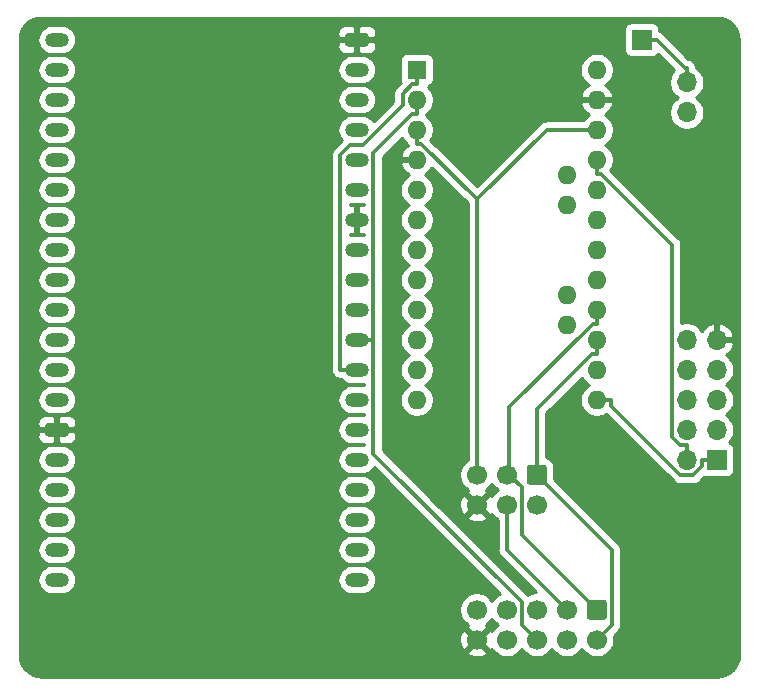
<source format=gbr>
%TF.GenerationSoftware,KiCad,Pcbnew,5.1.9+dfsg1-1*%
%TF.CreationDate,2022-02-22T21:23:52+01:00*%
%TF.ProjectId,PCB,5043422e-6b69-4636-9164-5f7063625858,rev?*%
%TF.SameCoordinates,Original*%
%TF.FileFunction,Copper,L2,Bot*%
%TF.FilePolarity,Positive*%
%FSLAX46Y46*%
G04 Gerber Fmt 4.6, Leading zero omitted, Abs format (unit mm)*
G04 Created by KiCad (PCBNEW 5.1.9+dfsg1-1) date 2022-02-22 21:23:52*
%MOMM*%
%LPD*%
G01*
G04 APERTURE LIST*
%TA.AperFunction,ComponentPad*%
%ADD10O,1.600000X1.600000*%
%TD*%
%TA.AperFunction,ComponentPad*%
%ADD11R,1.600000X1.600000*%
%TD*%
%TA.AperFunction,ComponentPad*%
%ADD12O,2.000000X1.200000*%
%TD*%
%TA.AperFunction,ComponentPad*%
%ADD13R,1.700000X1.700000*%
%TD*%
%TA.AperFunction,ComponentPad*%
%ADD14O,1.700000X1.700000*%
%TD*%
%TA.AperFunction,ComponentPad*%
%ADD15C,1.700000*%
%TD*%
%TA.AperFunction,Conductor*%
%ADD16C,0.300000*%
%TD*%
%TA.AperFunction,Conductor*%
%ADD17C,0.254000*%
%TD*%
%TA.AperFunction,Conductor*%
%ADD18C,0.100000*%
%TD*%
G04 APERTURE END LIST*
D10*
%TO.P,U2,A6*%
%TO.N,Net-(U2-PadA6)*%
X105410000Y-43180000D03*
%TO.P,U2,A7*%
%TO.N,Net-(U2-PadA7)*%
X105410000Y-40640000D03*
%TO.P,U2,A4*%
%TO.N,Net-(U2-PadA4)*%
X105410000Y-33020000D03*
%TO.P,U2,A5*%
%TO.N,Net-(U2-PadA5)*%
X105410000Y-30480000D03*
%TO.P,U2,24*%
%TO.N,Net-(U2-Pad24)*%
X107950000Y-21590000D03*
%TO.P,U2,23*%
%TO.N,GND*%
X107950000Y-24130000D03*
%TO.P,U2,22*%
%TO.N,/ARDUINO_RST*%
X107950000Y-26670000D03*
%TO.P,U2,12*%
%TO.N,/W2_HANDSHAKE*%
X92710000Y-49530000D03*
%TO.P,U2,21*%
%TO.N,+3V3*%
X107950000Y-29210000D03*
%TO.P,U2,11*%
%TO.N,Net-(U2-Pad11)*%
X92710000Y-46990000D03*
%TO.P,U2,20*%
%TO.N,Net-(U2-Pad20)*%
X107950000Y-31750000D03*
%TO.P,U2,10*%
%TO.N,Net-(U2-Pad10)*%
X92710000Y-44450000D03*
%TO.P,U2,19*%
%TO.N,Net-(U2-Pad19)*%
X107950000Y-34290000D03*
%TO.P,U2,9*%
%TO.N,Net-(U2-Pad9)*%
X92710000Y-41910000D03*
%TO.P,U2,18*%
%TO.N,Net-(U2-Pad18)*%
X107950000Y-36830000D03*
%TO.P,U2,8*%
%TO.N,Net-(U2-Pad8)*%
X92710000Y-39370000D03*
%TO.P,U2,17*%
%TO.N,Net-(U2-Pad17)*%
X107950000Y-39370000D03*
%TO.P,U2,7*%
%TO.N,Net-(U2-Pad7)*%
X92710000Y-36830000D03*
%TO.P,U2,16*%
%TO.N,/W2_SCK*%
X107950000Y-41910000D03*
%TO.P,U2,6*%
%TO.N,Net-(U2-Pad6)*%
X92710000Y-34290000D03*
%TO.P,U2,15*%
%TO.N,/W2_MISO*%
X107950000Y-44450000D03*
%TO.P,U2,5*%
%TO.N,Net-(U2-Pad5)*%
X92710000Y-31750000D03*
%TO.P,U2,14*%
%TO.N,/W2_MOSI*%
X107950000Y-46990000D03*
%TO.P,U2,4*%
%TO.N,GND*%
X92710000Y-29210000D03*
%TO.P,U2,13*%
%TO.N,/W2_CS*%
X107950000Y-49530000D03*
%TO.P,U2,3*%
%TO.N,/ARDUINO_RST*%
X92710000Y-26670000D03*
%TO.P,U2,2*%
%TO.N,/ARDUINO_RX*%
X92710000Y-24130000D03*
D11*
%TO.P,U2,1*%
%TO.N,/ARDUINO_TX*%
X92710000Y-21590000D03*
%TD*%
%TO.P,U1,38*%
%TO.N,GND*%
%TA.AperFunction,ComponentPad*%
G36*
G01*
X86933680Y-18452720D02*
X88333680Y-18452720D01*
G75*
G02*
X88633680Y-18752720I0J-300000D01*
G01*
X88633680Y-19352720D01*
G75*
G02*
X88333680Y-19652720I-300000J0D01*
G01*
X86933680Y-19652720D01*
G75*
G02*
X86633680Y-19352720I0J300000D01*
G01*
X86633680Y-18752720D01*
G75*
G02*
X86933680Y-18452720I300000J0D01*
G01*
G37*
%TD.AperFunction*%
D12*
%TO.P,U1,37*%
%TO.N,Net-(U1-Pad37)*%
X87633680Y-21592720D03*
%TO.P,U1,36*%
%TO.N,Net-(U1-Pad36)*%
X87633680Y-24132720D03*
%TO.P,U1,35*%
%TO.N,Net-(U1-Pad35)*%
X87633680Y-26672720D03*
%TO.P,U1,34*%
%TO.N,Net-(U1-Pad34)*%
X87633680Y-29212720D03*
%TO.P,U1,33*%
%TO.N,Net-(U1-Pad33)*%
X87633680Y-31752720D03*
%TO.P,U1,32*%
%TO.N,GND*%
X87633680Y-34292720D03*
%TO.P,U1,31*%
%TO.N,Net-(U1-Pad31)*%
X87633680Y-36832720D03*
%TO.P,U1,30*%
%TO.N,Net-(U1-Pad30)*%
X87633680Y-39372720D03*
%TO.P,U1,29*%
%TO.N,Net-(U1-Pad29)*%
X87633680Y-41912720D03*
%TO.P,U1,28*%
%TO.N,/ARDUINO_RX*%
X87633680Y-44452720D03*
%TO.P,U1,27*%
%TO.N,/ARDUINO_TX*%
X87633680Y-46992720D03*
%TO.P,U1,26*%
%TO.N,Net-(U1-Pad26)*%
X87633680Y-49532720D03*
%TO.P,U1,25*%
%TO.N,Net-(U1-Pad25)*%
X87633680Y-52072720D03*
%TO.P,U1,24*%
%TO.N,Net-(U1-Pad24)*%
X87633680Y-54612720D03*
%TO.P,U1,23*%
%TO.N,Net-(U1-Pad23)*%
X87633680Y-57152720D03*
%TO.P,U1,22*%
%TO.N,Net-(U1-Pad22)*%
X87633680Y-59692720D03*
%TO.P,U1,21*%
%TO.N,Net-(U1-Pad21)*%
X87630000Y-62230000D03*
%TO.P,U1,20*%
%TO.N,Net-(U1-Pad20)*%
X87630000Y-64770000D03*
%TO.P,U1,19*%
%TO.N,Net-(U1-Pad19)*%
X62233680Y-64772720D03*
%TO.P,U1,18*%
%TO.N,Net-(U1-Pad18)*%
X62233680Y-62232720D03*
%TO.P,U1,17*%
%TO.N,Net-(U1-Pad17)*%
X62233680Y-59692720D03*
%TO.P,U1,16*%
%TO.N,Net-(U1-Pad16)*%
X62233680Y-57152720D03*
%TO.P,U1,15*%
%TO.N,Net-(U1-Pad15)*%
X62233680Y-54612720D03*
%TO.P,U1,14*%
%TO.N,GND*%
%TA.AperFunction,ComponentPad*%
G36*
G01*
X61533680Y-51472720D02*
X62933680Y-51472720D01*
G75*
G02*
X63233680Y-51772720I0J-300000D01*
G01*
X63233680Y-52372720D01*
G75*
G02*
X62933680Y-52672720I-300000J0D01*
G01*
X61533680Y-52672720D01*
G75*
G02*
X61233680Y-52372720I0J300000D01*
G01*
X61233680Y-51772720D01*
G75*
G02*
X61533680Y-51472720I300000J0D01*
G01*
G37*
%TD.AperFunction*%
%TO.P,U1,13*%
%TO.N,Net-(U1-Pad13)*%
X62233680Y-49532720D03*
%TO.P,U1,12*%
%TO.N,Net-(U1-Pad12)*%
X62233680Y-46992720D03*
%TO.P,U1,11*%
%TO.N,Net-(U1-Pad11)*%
X62233680Y-44452720D03*
%TO.P,U1,10*%
%TO.N,Net-(U1-Pad10)*%
X62233680Y-41912720D03*
%TO.P,U1,9*%
%TO.N,Net-(U1-Pad9)*%
X62233680Y-39372720D03*
%TO.P,U1,8*%
%TO.N,Net-(U1-Pad8)*%
X62233680Y-36832720D03*
%TO.P,U1,7*%
%TO.N,Net-(U1-Pad7)*%
X62233680Y-34292720D03*
%TO.P,U1,6*%
%TO.N,Net-(U1-Pad6)*%
X62233680Y-31752720D03*
%TO.P,U1,5*%
%TO.N,Net-(U1-Pad5)*%
X62233680Y-29212720D03*
%TO.P,U1,4*%
%TO.N,Net-(U1-Pad4)*%
X62233680Y-26672720D03*
%TO.P,U1,3*%
%TO.N,Net-(U1-Pad3)*%
X62233680Y-24132720D03*
%TO.P,U1,2*%
%TO.N,Net-(U1-Pad2)*%
X62233680Y-21592720D03*
%TO.P,U1,1*%
%TO.N,+3V3*%
X62233680Y-19052720D03*
%TD*%
D13*
%TO.P,J3,1*%
%TO.N,/W2_CS*%
X118110000Y-54610000D03*
D14*
%TO.P,J3,2*%
%TO.N,+3V3*%
X115570000Y-54610000D03*
%TO.P,J3,3*%
%TO.N,/W2_HANDSHAKE*%
X118110000Y-52070000D03*
%TO.P,J3,4*%
%TO.N,Net-(J3-Pad4)*%
X115570000Y-52070000D03*
%TO.P,J3,5*%
%TO.N,/W2_MOSI*%
X118110000Y-49530000D03*
%TO.P,J3,6*%
%TO.N,Net-(J3-Pad6)*%
X115570000Y-49530000D03*
%TO.P,J3,7*%
%TO.N,/W2_SCK*%
X118110000Y-46990000D03*
%TO.P,J3,8*%
%TO.N,Net-(J3-Pad8)*%
X115570000Y-46990000D03*
%TO.P,J3,9*%
%TO.N,GND*%
X118110000Y-44450000D03*
%TO.P,J3,10*%
%TO.N,/W2_MISO*%
X115570000Y-44450000D03*
%TO.P,J3,11*%
%TO.N,Net-(J3-Pad11)*%
X115570000Y-25210000D03*
%TO.P,J3,12*%
%TO.N,Net-(AE1-Pad1)*%
X115570000Y-22670000D03*
%TD*%
%TO.P,J2,1*%
%TO.N,/W2_SCK*%
%TA.AperFunction,ComponentPad*%
G36*
G01*
X107350000Y-66460000D02*
X108550000Y-66460000D01*
G75*
G02*
X108800000Y-66710000I0J-250000D01*
G01*
X108800000Y-67910000D01*
G75*
G02*
X108550000Y-68160000I-250000J0D01*
G01*
X107350000Y-68160000D01*
G75*
G02*
X107100000Y-67910000I0J250000D01*
G01*
X107100000Y-66710000D01*
G75*
G02*
X107350000Y-66460000I250000J0D01*
G01*
G37*
%TD.AperFunction*%
D15*
%TO.P,J2,3*%
%TO.N,/W2_MOSI*%
X105410000Y-67310000D03*
%TO.P,J2,5*%
%TO.N,/W2_HANDSHAKE*%
X102870000Y-67310000D03*
%TO.P,J2,7*%
%TO.N,/ARDUINO_TX*%
X100330000Y-67310000D03*
%TO.P,J2,9*%
%TO.N,Net-(J2-Pad9)*%
X97790000Y-67310000D03*
%TO.P,J2,2*%
%TO.N,/W2_MISO*%
X107950000Y-69850000D03*
%TO.P,J2,4*%
%TO.N,/W2_CS*%
X105410000Y-69850000D03*
%TO.P,J2,6*%
%TO.N,/ARDUINO_RX*%
X102870000Y-69850000D03*
%TO.P,J2,8*%
%TO.N,Net-(J2-Pad8)*%
X100330000Y-69850000D03*
%TO.P,J2,10*%
%TO.N,GND*%
X97790000Y-69850000D03*
%TD*%
%TO.P,J1,6*%
%TO.N,GND*%
X97790000Y-58420000D03*
%TO.P,J1,4*%
%TO.N,/W2_MOSI*%
X100330000Y-58420000D03*
%TO.P,J1,2*%
%TO.N,+3V3*%
X102870000Y-58420000D03*
%TO.P,J1,5*%
%TO.N,/ARDUINO_RST*%
X97790000Y-55880000D03*
%TO.P,J1,3*%
%TO.N,/W2_SCK*%
X100330000Y-55880000D03*
%TO.P,J1,1*%
%TO.N,/W2_MISO*%
%TA.AperFunction,ComponentPad*%
G36*
G01*
X102270000Y-55030000D02*
X103470000Y-55030000D01*
G75*
G02*
X103720000Y-55280000I0J-250000D01*
G01*
X103720000Y-56480000D01*
G75*
G02*
X103470000Y-56730000I-250000J0D01*
G01*
X102270000Y-56730000D01*
G75*
G02*
X102020000Y-56480000I0J250000D01*
G01*
X102020000Y-55280000D01*
G75*
G02*
X102270000Y-55030000I250000J0D01*
G01*
G37*
%TD.AperFunction*%
%TD*%
D13*
%TO.P,AE1,1*%
%TO.N,Net-(AE1-Pad1)*%
X111760000Y-19050000D03*
%TD*%
D16*
%TO.N,Net-(AE1-Pad1)*%
X115570000Y-22670000D02*
X115570000Y-21419700D01*
X111760000Y-19050000D02*
X113010300Y-19050000D01*
X113010300Y-19050000D02*
X115380000Y-21419700D01*
X115380000Y-21419700D02*
X115570000Y-21419700D01*
%TO.N,/W2_MOSI*%
X100330000Y-58420000D02*
X100330000Y-62230000D01*
X100330000Y-62230000D02*
X105410000Y-67310000D01*
%TO.N,+3V3*%
X107950000Y-29210000D02*
X107950000Y-30410300D01*
X115570000Y-54610000D02*
X115570000Y-53359700D01*
X115570000Y-53359700D02*
X115022900Y-53359700D01*
X115022900Y-53359700D02*
X114319700Y-52656500D01*
X114319700Y-52656500D02*
X114319700Y-36407000D01*
X114319700Y-36407000D02*
X108323000Y-30410300D01*
X108323000Y-30410300D02*
X107950000Y-30410300D01*
%TO.N,/ARDUINO_RST*%
X97790000Y-32577300D02*
X93083000Y-27870300D01*
X93083000Y-27870300D02*
X92710000Y-27870300D01*
X97790000Y-55880000D02*
X97790000Y-32577300D01*
X97790000Y-32577300D02*
X103697300Y-26670000D01*
X103697300Y-26670000D02*
X107950000Y-26670000D01*
X92710000Y-26670000D02*
X92710000Y-27870300D01*
%TO.N,/W2_SCK*%
X100532400Y-55880000D02*
X100532400Y-50170000D01*
X100532400Y-50170000D02*
X107592100Y-43110300D01*
X107592100Y-43110300D02*
X107950000Y-43110300D01*
X107950000Y-67310000D02*
X101600000Y-60960000D01*
X101600000Y-60960000D02*
X101600000Y-56947600D01*
X101600000Y-56947600D02*
X100532400Y-55880000D01*
X100330000Y-55880000D02*
X100532400Y-55880000D01*
X107950000Y-41910000D02*
X107950000Y-43110300D01*
%TO.N,/W2_MISO*%
X107950000Y-69850000D02*
X109205500Y-68594500D01*
X109205500Y-68594500D02*
X109205500Y-62215500D01*
X109205500Y-62215500D02*
X102870000Y-55880000D01*
X107950000Y-44450000D02*
X107950000Y-45650300D01*
X102870000Y-55880000D02*
X102870000Y-50357200D01*
X102870000Y-50357200D02*
X107576900Y-45650300D01*
X107576900Y-45650300D02*
X107950000Y-45650300D01*
%TO.N,/ARDUINO_RX*%
X92710000Y-24130000D02*
X92710000Y-25330300D01*
X89034000Y-44452700D02*
X89034000Y-28633200D01*
X89034000Y-28633200D02*
X92336900Y-25330300D01*
X92336900Y-25330300D02*
X92710000Y-25330300D01*
X88896400Y-44452700D02*
X89034000Y-44452700D01*
X87633700Y-44452700D02*
X88896400Y-44452700D01*
X102870000Y-69850000D02*
X101600000Y-68580000D01*
X101600000Y-68580000D02*
X101600000Y-66670100D01*
X101600000Y-66670100D02*
X89034000Y-54104100D01*
X89034000Y-54104100D02*
X89034000Y-44452700D01*
%TO.N,/W2_CS*%
X107950000Y-49530000D02*
X109150300Y-49530000D01*
X118110000Y-54610000D02*
X116859700Y-54610000D01*
X116859700Y-54610000D02*
X116859700Y-55157000D01*
X116859700Y-55157000D02*
X116101500Y-55915200D01*
X116101500Y-55915200D02*
X115038100Y-55915200D01*
X115038100Y-55915200D02*
X109150300Y-50027400D01*
X109150300Y-50027400D02*
X109150300Y-49530000D01*
%TO.N,/ARDUINO_TX*%
X87633700Y-46992700D02*
X86233400Y-46992700D01*
X92710000Y-21590000D02*
X92710000Y-22790300D01*
X92710000Y-22790300D02*
X92334800Y-22790300D01*
X92334800Y-22790300D02*
X91509700Y-23615400D01*
X91509700Y-23615400D02*
X91509700Y-24615400D01*
X91509700Y-24615400D02*
X88182400Y-27942700D01*
X88182400Y-27942700D02*
X87086100Y-27942700D01*
X87086100Y-27942700D02*
X86233400Y-28795400D01*
X86233400Y-28795400D02*
X86233400Y-46992700D01*
%TD*%
D17*
%TO.N,GND*%
X118474545Y-17208909D02*
X118825208Y-17314780D01*
X119148625Y-17486744D01*
X119432484Y-17718254D01*
X119665965Y-18000486D01*
X119840183Y-18322695D01*
X119948502Y-18672614D01*
X119990000Y-19067443D01*
X119990001Y-71087711D01*
X119951091Y-71484545D01*
X119845220Y-71835206D01*
X119673257Y-72158623D01*
X119441748Y-72442482D01*
X119159514Y-72675965D01*
X118837304Y-72850184D01*
X118487385Y-72958502D01*
X118092557Y-73000000D01*
X60992279Y-73000000D01*
X60595455Y-72961091D01*
X60244794Y-72855220D01*
X59921377Y-72683257D01*
X59637518Y-72451748D01*
X59404035Y-72169514D01*
X59229816Y-71847304D01*
X59121498Y-71497385D01*
X59080000Y-71102557D01*
X59080000Y-70878397D01*
X96941208Y-70878397D01*
X97018843Y-71127472D01*
X97282883Y-71253371D01*
X97566411Y-71325339D01*
X97858531Y-71340611D01*
X98148019Y-71298599D01*
X98423747Y-71200919D01*
X98561157Y-71127472D01*
X98638792Y-70878397D01*
X97790000Y-70029605D01*
X96941208Y-70878397D01*
X59080000Y-70878397D01*
X59080000Y-69918531D01*
X96299389Y-69918531D01*
X96341401Y-70208019D01*
X96439081Y-70483747D01*
X96512528Y-70621157D01*
X96761603Y-70698792D01*
X97610395Y-69850000D01*
X96761603Y-69001208D01*
X96512528Y-69078843D01*
X96386629Y-69342883D01*
X96314661Y-69626411D01*
X96299389Y-69918531D01*
X59080000Y-69918531D01*
X59080000Y-64772720D01*
X60592705Y-64772720D01*
X60616550Y-65014822D01*
X60687169Y-65247621D01*
X60801847Y-65462169D01*
X60956178Y-65650222D01*
X61144231Y-65804553D01*
X61358779Y-65919231D01*
X61591578Y-65989850D01*
X61773015Y-66007720D01*
X62694345Y-66007720D01*
X62875782Y-65989850D01*
X63108581Y-65919231D01*
X63323129Y-65804553D01*
X63511182Y-65650222D01*
X63665513Y-65462169D01*
X63780191Y-65247621D01*
X63850810Y-65014822D01*
X63874655Y-64772720D01*
X63874388Y-64770000D01*
X85989025Y-64770000D01*
X86012870Y-65012102D01*
X86083489Y-65244901D01*
X86198167Y-65459449D01*
X86352498Y-65647502D01*
X86540551Y-65801833D01*
X86755099Y-65916511D01*
X86987898Y-65987130D01*
X87169335Y-66005000D01*
X88090665Y-66005000D01*
X88272102Y-65987130D01*
X88504901Y-65916511D01*
X88719449Y-65801833D01*
X88907502Y-65647502D01*
X89061833Y-65459449D01*
X89176511Y-65244901D01*
X89247130Y-65012102D01*
X89270975Y-64770000D01*
X89247130Y-64527898D01*
X89176511Y-64295099D01*
X89061833Y-64080551D01*
X88907502Y-63892498D01*
X88719449Y-63738167D01*
X88504901Y-63623489D01*
X88272102Y-63552870D01*
X88090665Y-63535000D01*
X87169335Y-63535000D01*
X86987898Y-63552870D01*
X86755099Y-63623489D01*
X86540551Y-63738167D01*
X86352498Y-63892498D01*
X86198167Y-64080551D01*
X86083489Y-64295099D01*
X86012870Y-64527898D01*
X85989025Y-64770000D01*
X63874388Y-64770000D01*
X63850810Y-64530618D01*
X63780191Y-64297819D01*
X63665513Y-64083271D01*
X63511182Y-63895218D01*
X63323129Y-63740887D01*
X63108581Y-63626209D01*
X62875782Y-63555590D01*
X62694345Y-63537720D01*
X61773015Y-63537720D01*
X61591578Y-63555590D01*
X61358779Y-63626209D01*
X61144231Y-63740887D01*
X60956178Y-63895218D01*
X60801847Y-64083271D01*
X60687169Y-64297819D01*
X60616550Y-64530618D01*
X60592705Y-64772720D01*
X59080000Y-64772720D01*
X59080000Y-62232720D01*
X60592705Y-62232720D01*
X60616550Y-62474822D01*
X60687169Y-62707621D01*
X60801847Y-62922169D01*
X60956178Y-63110222D01*
X61144231Y-63264553D01*
X61358779Y-63379231D01*
X61591578Y-63449850D01*
X61773015Y-63467720D01*
X62694345Y-63467720D01*
X62875782Y-63449850D01*
X63108581Y-63379231D01*
X63323129Y-63264553D01*
X63511182Y-63110222D01*
X63665513Y-62922169D01*
X63780191Y-62707621D01*
X63850810Y-62474822D01*
X63874655Y-62232720D01*
X63874388Y-62230000D01*
X85989025Y-62230000D01*
X86012870Y-62472102D01*
X86083489Y-62704901D01*
X86198167Y-62919449D01*
X86352498Y-63107502D01*
X86540551Y-63261833D01*
X86755099Y-63376511D01*
X86987898Y-63447130D01*
X87169335Y-63465000D01*
X88090665Y-63465000D01*
X88272102Y-63447130D01*
X88504901Y-63376511D01*
X88719449Y-63261833D01*
X88907502Y-63107502D01*
X89061833Y-62919449D01*
X89176511Y-62704901D01*
X89247130Y-62472102D01*
X89270975Y-62230000D01*
X89247130Y-61987898D01*
X89176511Y-61755099D01*
X89061833Y-61540551D01*
X88907502Y-61352498D01*
X88719449Y-61198167D01*
X88504901Y-61083489D01*
X88272102Y-61012870D01*
X88090665Y-60995000D01*
X87169335Y-60995000D01*
X86987898Y-61012870D01*
X86755099Y-61083489D01*
X86540551Y-61198167D01*
X86352498Y-61352498D01*
X86198167Y-61540551D01*
X86083489Y-61755099D01*
X86012870Y-61987898D01*
X85989025Y-62230000D01*
X63874388Y-62230000D01*
X63850810Y-61990618D01*
X63780191Y-61757819D01*
X63665513Y-61543271D01*
X63511182Y-61355218D01*
X63323129Y-61200887D01*
X63108581Y-61086209D01*
X62875782Y-61015590D01*
X62694345Y-60997720D01*
X61773015Y-60997720D01*
X61591578Y-61015590D01*
X61358779Y-61086209D01*
X61144231Y-61200887D01*
X60956178Y-61355218D01*
X60801847Y-61543271D01*
X60687169Y-61757819D01*
X60616550Y-61990618D01*
X60592705Y-62232720D01*
X59080000Y-62232720D01*
X59080000Y-59692720D01*
X60592705Y-59692720D01*
X60616550Y-59934822D01*
X60687169Y-60167621D01*
X60801847Y-60382169D01*
X60956178Y-60570222D01*
X61144231Y-60724553D01*
X61358779Y-60839231D01*
X61591578Y-60909850D01*
X61773015Y-60927720D01*
X62694345Y-60927720D01*
X62875782Y-60909850D01*
X63108581Y-60839231D01*
X63323129Y-60724553D01*
X63511182Y-60570222D01*
X63665513Y-60382169D01*
X63780191Y-60167621D01*
X63850810Y-59934822D01*
X63874655Y-59692720D01*
X85992705Y-59692720D01*
X86016550Y-59934822D01*
X86087169Y-60167621D01*
X86201847Y-60382169D01*
X86356178Y-60570222D01*
X86544231Y-60724553D01*
X86758779Y-60839231D01*
X86991578Y-60909850D01*
X87173015Y-60927720D01*
X88094345Y-60927720D01*
X88275782Y-60909850D01*
X88508581Y-60839231D01*
X88723129Y-60724553D01*
X88911182Y-60570222D01*
X89065513Y-60382169D01*
X89180191Y-60167621D01*
X89250810Y-59934822D01*
X89274655Y-59692720D01*
X89250810Y-59450618D01*
X89180191Y-59217819D01*
X89065513Y-59003271D01*
X88911182Y-58815218D01*
X88723129Y-58660887D01*
X88508581Y-58546209D01*
X88275782Y-58475590D01*
X88094345Y-58457720D01*
X87173015Y-58457720D01*
X86991578Y-58475590D01*
X86758779Y-58546209D01*
X86544231Y-58660887D01*
X86356178Y-58815218D01*
X86201847Y-59003271D01*
X86087169Y-59217819D01*
X86016550Y-59450618D01*
X85992705Y-59692720D01*
X63874655Y-59692720D01*
X63850810Y-59450618D01*
X63780191Y-59217819D01*
X63665513Y-59003271D01*
X63511182Y-58815218D01*
X63323129Y-58660887D01*
X63108581Y-58546209D01*
X62875782Y-58475590D01*
X62694345Y-58457720D01*
X61773015Y-58457720D01*
X61591578Y-58475590D01*
X61358779Y-58546209D01*
X61144231Y-58660887D01*
X60956178Y-58815218D01*
X60801847Y-59003271D01*
X60687169Y-59217819D01*
X60616550Y-59450618D01*
X60592705Y-59692720D01*
X59080000Y-59692720D01*
X59080000Y-57152720D01*
X60592705Y-57152720D01*
X60616550Y-57394822D01*
X60687169Y-57627621D01*
X60801847Y-57842169D01*
X60956178Y-58030222D01*
X61144231Y-58184553D01*
X61358779Y-58299231D01*
X61591578Y-58369850D01*
X61773015Y-58387720D01*
X62694345Y-58387720D01*
X62875782Y-58369850D01*
X63108581Y-58299231D01*
X63323129Y-58184553D01*
X63511182Y-58030222D01*
X63665513Y-57842169D01*
X63780191Y-57627621D01*
X63850810Y-57394822D01*
X63874655Y-57152720D01*
X85992705Y-57152720D01*
X86016550Y-57394822D01*
X86087169Y-57627621D01*
X86201847Y-57842169D01*
X86356178Y-58030222D01*
X86544231Y-58184553D01*
X86758779Y-58299231D01*
X86991578Y-58369850D01*
X87173015Y-58387720D01*
X88094345Y-58387720D01*
X88275782Y-58369850D01*
X88508581Y-58299231D01*
X88723129Y-58184553D01*
X88911182Y-58030222D01*
X89065513Y-57842169D01*
X89180191Y-57627621D01*
X89250810Y-57394822D01*
X89274655Y-57152720D01*
X89250810Y-56910618D01*
X89180191Y-56677819D01*
X89065513Y-56463271D01*
X88911182Y-56275218D01*
X88723129Y-56120887D01*
X88508581Y-56006209D01*
X88275782Y-55935590D01*
X88094345Y-55917720D01*
X87173015Y-55917720D01*
X86991578Y-55935590D01*
X86758779Y-56006209D01*
X86544231Y-56120887D01*
X86356178Y-56275218D01*
X86201847Y-56463271D01*
X86087169Y-56677819D01*
X86016550Y-56910618D01*
X85992705Y-57152720D01*
X63874655Y-57152720D01*
X63850810Y-56910618D01*
X63780191Y-56677819D01*
X63665513Y-56463271D01*
X63511182Y-56275218D01*
X63323129Y-56120887D01*
X63108581Y-56006209D01*
X62875782Y-55935590D01*
X62694345Y-55917720D01*
X61773015Y-55917720D01*
X61591578Y-55935590D01*
X61358779Y-56006209D01*
X61144231Y-56120887D01*
X60956178Y-56275218D01*
X60801847Y-56463271D01*
X60687169Y-56677819D01*
X60616550Y-56910618D01*
X60592705Y-57152720D01*
X59080000Y-57152720D01*
X59080000Y-54612720D01*
X60592705Y-54612720D01*
X60616550Y-54854822D01*
X60687169Y-55087621D01*
X60801847Y-55302169D01*
X60956178Y-55490222D01*
X61144231Y-55644553D01*
X61358779Y-55759231D01*
X61591578Y-55829850D01*
X61773015Y-55847720D01*
X62694345Y-55847720D01*
X62875782Y-55829850D01*
X63108581Y-55759231D01*
X63323129Y-55644553D01*
X63511182Y-55490222D01*
X63665513Y-55302169D01*
X63780191Y-55087621D01*
X63850810Y-54854822D01*
X63874655Y-54612720D01*
X63850810Y-54370618D01*
X63780191Y-54137819D01*
X63665513Y-53923271D01*
X63511182Y-53735218D01*
X63323129Y-53580887D01*
X63108581Y-53466209D01*
X62875782Y-53395590D01*
X62694345Y-53377720D01*
X61773015Y-53377720D01*
X61591578Y-53395590D01*
X61358779Y-53466209D01*
X61144231Y-53580887D01*
X60956178Y-53735218D01*
X60801847Y-53923271D01*
X60687169Y-54137819D01*
X60616550Y-54370618D01*
X60592705Y-54612720D01*
X59080000Y-54612720D01*
X59080000Y-52672720D01*
X60595608Y-52672720D01*
X60607868Y-52797202D01*
X60644178Y-52916900D01*
X60703143Y-53027214D01*
X60782495Y-53123905D01*
X60879186Y-53203257D01*
X60989500Y-53262222D01*
X61109198Y-53298532D01*
X61233680Y-53310792D01*
X61947930Y-53307720D01*
X62106680Y-53148970D01*
X62106680Y-52199720D01*
X62360680Y-52199720D01*
X62360680Y-53148970D01*
X62519430Y-53307720D01*
X63233680Y-53310792D01*
X63358162Y-53298532D01*
X63477860Y-53262222D01*
X63588174Y-53203257D01*
X63684865Y-53123905D01*
X63764217Y-53027214D01*
X63823182Y-52916900D01*
X63859492Y-52797202D01*
X63871752Y-52672720D01*
X63868680Y-52358470D01*
X63709930Y-52199720D01*
X62360680Y-52199720D01*
X62106680Y-52199720D01*
X60757430Y-52199720D01*
X60598680Y-52358470D01*
X60595608Y-52672720D01*
X59080000Y-52672720D01*
X59080000Y-51472720D01*
X60595608Y-51472720D01*
X60598680Y-51786970D01*
X60757430Y-51945720D01*
X62106680Y-51945720D01*
X62106680Y-50996470D01*
X62360680Y-50996470D01*
X62360680Y-51945720D01*
X63709930Y-51945720D01*
X63868680Y-51786970D01*
X63871752Y-51472720D01*
X63859492Y-51348238D01*
X63823182Y-51228540D01*
X63764217Y-51118226D01*
X63684865Y-51021535D01*
X63588174Y-50942183D01*
X63477860Y-50883218D01*
X63358162Y-50846908D01*
X63233680Y-50834648D01*
X62519430Y-50837720D01*
X62360680Y-50996470D01*
X62106680Y-50996470D01*
X61947930Y-50837720D01*
X61233680Y-50834648D01*
X61109198Y-50846908D01*
X60989500Y-50883218D01*
X60879186Y-50942183D01*
X60782495Y-51021535D01*
X60703143Y-51118226D01*
X60644178Y-51228540D01*
X60607868Y-51348238D01*
X60595608Y-51472720D01*
X59080000Y-51472720D01*
X59080000Y-49532720D01*
X60592705Y-49532720D01*
X60616550Y-49774822D01*
X60687169Y-50007621D01*
X60801847Y-50222169D01*
X60956178Y-50410222D01*
X61144231Y-50564553D01*
X61358779Y-50679231D01*
X61591578Y-50749850D01*
X61773015Y-50767720D01*
X62694345Y-50767720D01*
X62875782Y-50749850D01*
X63108581Y-50679231D01*
X63323129Y-50564553D01*
X63511182Y-50410222D01*
X63665513Y-50222169D01*
X63780191Y-50007621D01*
X63850810Y-49774822D01*
X63874655Y-49532720D01*
X63850810Y-49290618D01*
X63780191Y-49057819D01*
X63665513Y-48843271D01*
X63511182Y-48655218D01*
X63323129Y-48500887D01*
X63108581Y-48386209D01*
X62875782Y-48315590D01*
X62694345Y-48297720D01*
X61773015Y-48297720D01*
X61591578Y-48315590D01*
X61358779Y-48386209D01*
X61144231Y-48500887D01*
X60956178Y-48655218D01*
X60801847Y-48843271D01*
X60687169Y-49057819D01*
X60616550Y-49290618D01*
X60592705Y-49532720D01*
X59080000Y-49532720D01*
X59080000Y-46992720D01*
X60592705Y-46992720D01*
X60616550Y-47234822D01*
X60687169Y-47467621D01*
X60801847Y-47682169D01*
X60956178Y-47870222D01*
X61144231Y-48024553D01*
X61358779Y-48139231D01*
X61591578Y-48209850D01*
X61773015Y-48227720D01*
X62694345Y-48227720D01*
X62875782Y-48209850D01*
X63108581Y-48139231D01*
X63323129Y-48024553D01*
X63511182Y-47870222D01*
X63665513Y-47682169D01*
X63780191Y-47467621D01*
X63850810Y-47234822D01*
X63874655Y-46992720D01*
X63874654Y-46992700D01*
X85444602Y-46992700D01*
X85459759Y-47146587D01*
X85504646Y-47294560D01*
X85577538Y-47430933D01*
X85675636Y-47550464D01*
X85795167Y-47648562D01*
X85931540Y-47721454D01*
X86079513Y-47766341D01*
X86194839Y-47777700D01*
X86194840Y-47777700D01*
X86233400Y-47781498D01*
X86271961Y-47777700D01*
X86280247Y-47777700D01*
X86356178Y-47870222D01*
X86544231Y-48024553D01*
X86758779Y-48139231D01*
X86991578Y-48209850D01*
X87173015Y-48227720D01*
X88094345Y-48227720D01*
X88249001Y-48212488D01*
X88249001Y-48312952D01*
X88094345Y-48297720D01*
X87173015Y-48297720D01*
X86991578Y-48315590D01*
X86758779Y-48386209D01*
X86544231Y-48500887D01*
X86356178Y-48655218D01*
X86201847Y-48843271D01*
X86087169Y-49057819D01*
X86016550Y-49290618D01*
X85992705Y-49532720D01*
X86016550Y-49774822D01*
X86087169Y-50007621D01*
X86201847Y-50222169D01*
X86356178Y-50410222D01*
X86544231Y-50564553D01*
X86758779Y-50679231D01*
X86991578Y-50749850D01*
X87173015Y-50767720D01*
X88094345Y-50767720D01*
X88249000Y-50752488D01*
X88249000Y-50852952D01*
X88094345Y-50837720D01*
X87173015Y-50837720D01*
X86991578Y-50855590D01*
X86758779Y-50926209D01*
X86544231Y-51040887D01*
X86356178Y-51195218D01*
X86201847Y-51383271D01*
X86087169Y-51597819D01*
X86016550Y-51830618D01*
X85992705Y-52072720D01*
X86016550Y-52314822D01*
X86087169Y-52547621D01*
X86201847Y-52762169D01*
X86356178Y-52950222D01*
X86544231Y-53104553D01*
X86758779Y-53219231D01*
X86991578Y-53289850D01*
X87173015Y-53307720D01*
X88094345Y-53307720D01*
X88249000Y-53292488D01*
X88249000Y-53392952D01*
X88094345Y-53377720D01*
X87173015Y-53377720D01*
X86991578Y-53395590D01*
X86758779Y-53466209D01*
X86544231Y-53580887D01*
X86356178Y-53735218D01*
X86201847Y-53923271D01*
X86087169Y-54137819D01*
X86016550Y-54370618D01*
X85992705Y-54612720D01*
X86016550Y-54854822D01*
X86087169Y-55087621D01*
X86201847Y-55302169D01*
X86356178Y-55490222D01*
X86544231Y-55644553D01*
X86758779Y-55759231D01*
X86991578Y-55829850D01*
X87173015Y-55847720D01*
X88094345Y-55847720D01*
X88275782Y-55829850D01*
X88508581Y-55759231D01*
X88723129Y-55644553D01*
X88911182Y-55490222D01*
X89065513Y-55302169D01*
X89085158Y-55265415D01*
X99758934Y-65939191D01*
X99626589Y-65994010D01*
X99383368Y-66156525D01*
X99176525Y-66363368D01*
X99060000Y-66537760D01*
X98943475Y-66363368D01*
X98736632Y-66156525D01*
X98493411Y-65994010D01*
X98223158Y-65882068D01*
X97936260Y-65825000D01*
X97643740Y-65825000D01*
X97356842Y-65882068D01*
X97086589Y-65994010D01*
X96843368Y-66156525D01*
X96636525Y-66363368D01*
X96474010Y-66606589D01*
X96362068Y-66876842D01*
X96305000Y-67163740D01*
X96305000Y-67456260D01*
X96362068Y-67743158D01*
X96474010Y-68013411D01*
X96636525Y-68256632D01*
X96843368Y-68463475D01*
X97016729Y-68579311D01*
X96941208Y-68821603D01*
X97790000Y-69670395D01*
X98638792Y-68821603D01*
X98563271Y-68579311D01*
X98736632Y-68463475D01*
X98943475Y-68256632D01*
X99060000Y-68082240D01*
X99176525Y-68256632D01*
X99383368Y-68463475D01*
X99557760Y-68580000D01*
X99383368Y-68696525D01*
X99176525Y-68903368D01*
X99060689Y-69076729D01*
X98818397Y-69001208D01*
X97969605Y-69850000D01*
X98818397Y-70698792D01*
X99060689Y-70623271D01*
X99176525Y-70796632D01*
X99383368Y-71003475D01*
X99626589Y-71165990D01*
X99896842Y-71277932D01*
X100183740Y-71335000D01*
X100476260Y-71335000D01*
X100763158Y-71277932D01*
X101033411Y-71165990D01*
X101276632Y-71003475D01*
X101483475Y-70796632D01*
X101600000Y-70622240D01*
X101716525Y-70796632D01*
X101923368Y-71003475D01*
X102166589Y-71165990D01*
X102436842Y-71277932D01*
X102723740Y-71335000D01*
X103016260Y-71335000D01*
X103303158Y-71277932D01*
X103573411Y-71165990D01*
X103816632Y-71003475D01*
X104023475Y-70796632D01*
X104140000Y-70622240D01*
X104256525Y-70796632D01*
X104463368Y-71003475D01*
X104706589Y-71165990D01*
X104976842Y-71277932D01*
X105263740Y-71335000D01*
X105556260Y-71335000D01*
X105843158Y-71277932D01*
X106113411Y-71165990D01*
X106356632Y-71003475D01*
X106563475Y-70796632D01*
X106680000Y-70622240D01*
X106796525Y-70796632D01*
X107003368Y-71003475D01*
X107246589Y-71165990D01*
X107516842Y-71277932D01*
X107803740Y-71335000D01*
X108096260Y-71335000D01*
X108383158Y-71277932D01*
X108653411Y-71165990D01*
X108896632Y-71003475D01*
X109103475Y-70796632D01*
X109265990Y-70553411D01*
X109377932Y-70283158D01*
X109435000Y-69996260D01*
X109435000Y-69703740D01*
X109397076Y-69513082D01*
X109733317Y-69176841D01*
X109763264Y-69152264D01*
X109799746Y-69107812D01*
X109823520Y-69078843D01*
X109861362Y-69032733D01*
X109934254Y-68896360D01*
X109979141Y-68748387D01*
X109990500Y-68633061D01*
X109990500Y-68633054D01*
X109994297Y-68594501D01*
X109990500Y-68555948D01*
X109990500Y-62254052D01*
X109994297Y-62215499D01*
X109990500Y-62176946D01*
X109990500Y-62176939D01*
X109979141Y-62061613D01*
X109934254Y-61913640D01*
X109861362Y-61777267D01*
X109811950Y-61717059D01*
X109787845Y-61687687D01*
X109787842Y-61687684D01*
X109763264Y-61657736D01*
X109733316Y-61633158D01*
X104358072Y-56257915D01*
X104358072Y-55280000D01*
X104341008Y-55106746D01*
X104290472Y-54940150D01*
X104208405Y-54786614D01*
X104097962Y-54652038D01*
X103963386Y-54541595D01*
X103809850Y-54459528D01*
X103655000Y-54412555D01*
X103655000Y-50682357D01*
X106675189Y-47662168D01*
X106678320Y-47669727D01*
X106835363Y-47904759D01*
X107035241Y-48104637D01*
X107267759Y-48260000D01*
X107035241Y-48415363D01*
X106835363Y-48615241D01*
X106678320Y-48850273D01*
X106570147Y-49111426D01*
X106515000Y-49388665D01*
X106515000Y-49671335D01*
X106570147Y-49948574D01*
X106678320Y-50209727D01*
X106835363Y-50444759D01*
X107035241Y-50644637D01*
X107270273Y-50801680D01*
X107531426Y-50909853D01*
X107808665Y-50965000D01*
X108091335Y-50965000D01*
X108368574Y-50909853D01*
X108629727Y-50801680D01*
X108740444Y-50727701D01*
X114455753Y-56443010D01*
X114480336Y-56472964D01*
X114599867Y-56571062D01*
X114736240Y-56643954D01*
X114884213Y-56688842D01*
X114959126Y-56696220D01*
X114999539Y-56700200D01*
X114999544Y-56700200D01*
X115038100Y-56703997D01*
X115076656Y-56700200D01*
X116062947Y-56700200D01*
X116101500Y-56703997D01*
X116140053Y-56700200D01*
X116140061Y-56700200D01*
X116255387Y-56688841D01*
X116403360Y-56643954D01*
X116539733Y-56571062D01*
X116659264Y-56472964D01*
X116683847Y-56443010D01*
X117063033Y-56063824D01*
X117135518Y-56085812D01*
X117260000Y-56098072D01*
X118960000Y-56098072D01*
X119084482Y-56085812D01*
X119204180Y-56049502D01*
X119314494Y-55990537D01*
X119411185Y-55911185D01*
X119490537Y-55814494D01*
X119549502Y-55704180D01*
X119585812Y-55584482D01*
X119598072Y-55460000D01*
X119598072Y-53760000D01*
X119585812Y-53635518D01*
X119549502Y-53515820D01*
X119490537Y-53405506D01*
X119411185Y-53308815D01*
X119314494Y-53229463D01*
X119204180Y-53170498D01*
X119131620Y-53148487D01*
X119263475Y-53016632D01*
X119425990Y-52773411D01*
X119537932Y-52503158D01*
X119595000Y-52216260D01*
X119595000Y-51923740D01*
X119537932Y-51636842D01*
X119425990Y-51366589D01*
X119263475Y-51123368D01*
X119056632Y-50916525D01*
X118882240Y-50800000D01*
X119056632Y-50683475D01*
X119263475Y-50476632D01*
X119425990Y-50233411D01*
X119537932Y-49963158D01*
X119595000Y-49676260D01*
X119595000Y-49383740D01*
X119537932Y-49096842D01*
X119425990Y-48826589D01*
X119263475Y-48583368D01*
X119056632Y-48376525D01*
X118882240Y-48260000D01*
X119056632Y-48143475D01*
X119263475Y-47936632D01*
X119425990Y-47693411D01*
X119537932Y-47423158D01*
X119595000Y-47136260D01*
X119595000Y-46843740D01*
X119537932Y-46556842D01*
X119425990Y-46286589D01*
X119263475Y-46043368D01*
X119056632Y-45836525D01*
X118874466Y-45714805D01*
X118991355Y-45645178D01*
X119207588Y-45450269D01*
X119381641Y-45216920D01*
X119506825Y-44954099D01*
X119551476Y-44806890D01*
X119430155Y-44577000D01*
X118237000Y-44577000D01*
X118237000Y-44597000D01*
X117983000Y-44597000D01*
X117983000Y-44577000D01*
X117963000Y-44577000D01*
X117963000Y-44323000D01*
X117983000Y-44323000D01*
X117983000Y-43129186D01*
X118237000Y-43129186D01*
X118237000Y-44323000D01*
X119430155Y-44323000D01*
X119551476Y-44093110D01*
X119506825Y-43945901D01*
X119381641Y-43683080D01*
X119207588Y-43449731D01*
X118991355Y-43254822D01*
X118741252Y-43105843D01*
X118466891Y-43008519D01*
X118237000Y-43129186D01*
X117983000Y-43129186D01*
X117753109Y-43008519D01*
X117478748Y-43105843D01*
X117228645Y-43254822D01*
X117012412Y-43449731D01*
X116841100Y-43679406D01*
X116723475Y-43503368D01*
X116516632Y-43296525D01*
X116273411Y-43134010D01*
X116003158Y-43022068D01*
X115716260Y-42965000D01*
X115423740Y-42965000D01*
X115136842Y-43022068D01*
X115104700Y-43035382D01*
X115104700Y-36445552D01*
X115108497Y-36406999D01*
X115104700Y-36368446D01*
X115104700Y-36368439D01*
X115093341Y-36253113D01*
X115048454Y-36105140D01*
X114975562Y-35968767D01*
X114877464Y-35849236D01*
X114847516Y-35824658D01*
X109097874Y-30075017D01*
X109221680Y-29889727D01*
X109329853Y-29628574D01*
X109385000Y-29351335D01*
X109385000Y-29068665D01*
X109329853Y-28791426D01*
X109221680Y-28530273D01*
X109064637Y-28295241D01*
X108864759Y-28095363D01*
X108632241Y-27940000D01*
X108864759Y-27784637D01*
X109064637Y-27584759D01*
X109221680Y-27349727D01*
X109329853Y-27088574D01*
X109385000Y-26811335D01*
X109385000Y-26528665D01*
X109329853Y-26251426D01*
X109221680Y-25990273D01*
X109064637Y-25755241D01*
X108864759Y-25555363D01*
X108629727Y-25398320D01*
X108619135Y-25393933D01*
X108805131Y-25282385D01*
X109013519Y-25093414D01*
X109181037Y-24867420D01*
X109301246Y-24613087D01*
X109341904Y-24479039D01*
X109219915Y-24257000D01*
X108077000Y-24257000D01*
X108077000Y-24277000D01*
X107823000Y-24277000D01*
X107823000Y-24257000D01*
X106680085Y-24257000D01*
X106558096Y-24479039D01*
X106598754Y-24613087D01*
X106718963Y-24867420D01*
X106886481Y-25093414D01*
X107094869Y-25282385D01*
X107280865Y-25393933D01*
X107270273Y-25398320D01*
X107035241Y-25555363D01*
X106835363Y-25755241D01*
X106748661Y-25885000D01*
X103735856Y-25885000D01*
X103697300Y-25881203D01*
X103658744Y-25885000D01*
X103658739Y-25885000D01*
X103618326Y-25888980D01*
X103543413Y-25896358D01*
X103395440Y-25941246D01*
X103259067Y-26014138D01*
X103139536Y-26112236D01*
X103114953Y-26142190D01*
X97790000Y-31467143D01*
X93857874Y-27535017D01*
X93981680Y-27349727D01*
X94089853Y-27088574D01*
X94145000Y-26811335D01*
X94145000Y-26528665D01*
X94089853Y-26251426D01*
X93981680Y-25990273D01*
X93824637Y-25755241D01*
X93624759Y-25555363D01*
X93485777Y-25462499D01*
X93495000Y-25368861D01*
X93498798Y-25330300D01*
X93498659Y-25328894D01*
X93624759Y-25244637D01*
X93824637Y-25044759D01*
X93981680Y-24809727D01*
X94089853Y-24548574D01*
X94145000Y-24271335D01*
X94145000Y-23988665D01*
X94089853Y-23711426D01*
X93981680Y-23450273D01*
X93824637Y-23215241D01*
X93626039Y-23016643D01*
X93634482Y-23015812D01*
X93754180Y-22979502D01*
X93864494Y-22920537D01*
X93961185Y-22841185D01*
X94040537Y-22744494D01*
X94099502Y-22634180D01*
X94135812Y-22514482D01*
X94148072Y-22390000D01*
X94148072Y-21448665D01*
X106515000Y-21448665D01*
X106515000Y-21731335D01*
X106570147Y-22008574D01*
X106678320Y-22269727D01*
X106835363Y-22504759D01*
X107035241Y-22704637D01*
X107270273Y-22861680D01*
X107280865Y-22866067D01*
X107094869Y-22977615D01*
X106886481Y-23166586D01*
X106718963Y-23392580D01*
X106598754Y-23646913D01*
X106558096Y-23780961D01*
X106680085Y-24003000D01*
X107823000Y-24003000D01*
X107823000Y-23983000D01*
X108077000Y-23983000D01*
X108077000Y-24003000D01*
X109219915Y-24003000D01*
X109341904Y-23780961D01*
X109301246Y-23646913D01*
X109181037Y-23392580D01*
X109013519Y-23166586D01*
X108805131Y-22977615D01*
X108619135Y-22866067D01*
X108629727Y-22861680D01*
X108864759Y-22704637D01*
X109064637Y-22504759D01*
X109221680Y-22269727D01*
X109329853Y-22008574D01*
X109385000Y-21731335D01*
X109385000Y-21448665D01*
X109329853Y-21171426D01*
X109221680Y-20910273D01*
X109064637Y-20675241D01*
X108864759Y-20475363D01*
X108629727Y-20318320D01*
X108368574Y-20210147D01*
X108091335Y-20155000D01*
X107808665Y-20155000D01*
X107531426Y-20210147D01*
X107270273Y-20318320D01*
X107035241Y-20475363D01*
X106835363Y-20675241D01*
X106678320Y-20910273D01*
X106570147Y-21171426D01*
X106515000Y-21448665D01*
X94148072Y-21448665D01*
X94148072Y-20790000D01*
X94135812Y-20665518D01*
X94099502Y-20545820D01*
X94040537Y-20435506D01*
X93961185Y-20338815D01*
X93864494Y-20259463D01*
X93754180Y-20200498D01*
X93634482Y-20164188D01*
X93510000Y-20151928D01*
X91910000Y-20151928D01*
X91785518Y-20164188D01*
X91665820Y-20200498D01*
X91555506Y-20259463D01*
X91458815Y-20338815D01*
X91379463Y-20435506D01*
X91320498Y-20545820D01*
X91284188Y-20665518D01*
X91271928Y-20790000D01*
X91271928Y-22390000D01*
X91284188Y-22514482D01*
X91320498Y-22634180D01*
X91341490Y-22673453D01*
X90981890Y-23033053D01*
X90951936Y-23057636D01*
X90853838Y-23177168D01*
X90780946Y-23313541D01*
X90736059Y-23461514D01*
X90724700Y-23576840D01*
X90724700Y-23576847D01*
X90720903Y-23615400D01*
X90724700Y-23653953D01*
X90724701Y-24290242D01*
X89050259Y-25964684D01*
X88911182Y-25795218D01*
X88723129Y-25640887D01*
X88508581Y-25526209D01*
X88275782Y-25455590D01*
X88094345Y-25437720D01*
X87173015Y-25437720D01*
X86991578Y-25455590D01*
X86758779Y-25526209D01*
X86544231Y-25640887D01*
X86356178Y-25795218D01*
X86201847Y-25983271D01*
X86087169Y-26197819D01*
X86016550Y-26430618D01*
X85992705Y-26672720D01*
X86016550Y-26914822D01*
X86087169Y-27147621D01*
X86201847Y-27362169D01*
X86356178Y-27550222D01*
X86362902Y-27555740D01*
X85705590Y-28213053D01*
X85675636Y-28237636D01*
X85577538Y-28357168D01*
X85504646Y-28493541D01*
X85459759Y-28641514D01*
X85448400Y-28756840D01*
X85448400Y-28756847D01*
X85444603Y-28795400D01*
X85448400Y-28833953D01*
X85448401Y-46954129D01*
X85444602Y-46992700D01*
X63874654Y-46992700D01*
X63850810Y-46750618D01*
X63780191Y-46517819D01*
X63665513Y-46303271D01*
X63511182Y-46115218D01*
X63323129Y-45960887D01*
X63108581Y-45846209D01*
X62875782Y-45775590D01*
X62694345Y-45757720D01*
X61773015Y-45757720D01*
X61591578Y-45775590D01*
X61358779Y-45846209D01*
X61144231Y-45960887D01*
X60956178Y-46115218D01*
X60801847Y-46303271D01*
X60687169Y-46517819D01*
X60616550Y-46750618D01*
X60592705Y-46992720D01*
X59080000Y-46992720D01*
X59080000Y-44452720D01*
X60592705Y-44452720D01*
X60616550Y-44694822D01*
X60687169Y-44927621D01*
X60801847Y-45142169D01*
X60956178Y-45330222D01*
X61144231Y-45484553D01*
X61358779Y-45599231D01*
X61591578Y-45669850D01*
X61773015Y-45687720D01*
X62694345Y-45687720D01*
X62875782Y-45669850D01*
X63108581Y-45599231D01*
X63323129Y-45484553D01*
X63511182Y-45330222D01*
X63665513Y-45142169D01*
X63780191Y-44927621D01*
X63850810Y-44694822D01*
X63874655Y-44452720D01*
X63850810Y-44210618D01*
X63780191Y-43977819D01*
X63665513Y-43763271D01*
X63511182Y-43575218D01*
X63323129Y-43420887D01*
X63108581Y-43306209D01*
X62875782Y-43235590D01*
X62694345Y-43217720D01*
X61773015Y-43217720D01*
X61591578Y-43235590D01*
X61358779Y-43306209D01*
X61144231Y-43420887D01*
X60956178Y-43575218D01*
X60801847Y-43763271D01*
X60687169Y-43977819D01*
X60616550Y-44210618D01*
X60592705Y-44452720D01*
X59080000Y-44452720D01*
X59080000Y-41912720D01*
X60592705Y-41912720D01*
X60616550Y-42154822D01*
X60687169Y-42387621D01*
X60801847Y-42602169D01*
X60956178Y-42790222D01*
X61144231Y-42944553D01*
X61358779Y-43059231D01*
X61591578Y-43129850D01*
X61773015Y-43147720D01*
X62694345Y-43147720D01*
X62875782Y-43129850D01*
X63108581Y-43059231D01*
X63323129Y-42944553D01*
X63511182Y-42790222D01*
X63665513Y-42602169D01*
X63780191Y-42387621D01*
X63850810Y-42154822D01*
X63874655Y-41912720D01*
X63850810Y-41670618D01*
X63780191Y-41437819D01*
X63665513Y-41223271D01*
X63511182Y-41035218D01*
X63323129Y-40880887D01*
X63108581Y-40766209D01*
X62875782Y-40695590D01*
X62694345Y-40677720D01*
X61773015Y-40677720D01*
X61591578Y-40695590D01*
X61358779Y-40766209D01*
X61144231Y-40880887D01*
X60956178Y-41035218D01*
X60801847Y-41223271D01*
X60687169Y-41437819D01*
X60616550Y-41670618D01*
X60592705Y-41912720D01*
X59080000Y-41912720D01*
X59080000Y-39372720D01*
X60592705Y-39372720D01*
X60616550Y-39614822D01*
X60687169Y-39847621D01*
X60801847Y-40062169D01*
X60956178Y-40250222D01*
X61144231Y-40404553D01*
X61358779Y-40519231D01*
X61591578Y-40589850D01*
X61773015Y-40607720D01*
X62694345Y-40607720D01*
X62875782Y-40589850D01*
X63108581Y-40519231D01*
X63323129Y-40404553D01*
X63511182Y-40250222D01*
X63665513Y-40062169D01*
X63780191Y-39847621D01*
X63850810Y-39614822D01*
X63874655Y-39372720D01*
X63850810Y-39130618D01*
X63780191Y-38897819D01*
X63665513Y-38683271D01*
X63511182Y-38495218D01*
X63323129Y-38340887D01*
X63108581Y-38226209D01*
X62875782Y-38155590D01*
X62694345Y-38137720D01*
X61773015Y-38137720D01*
X61591578Y-38155590D01*
X61358779Y-38226209D01*
X61144231Y-38340887D01*
X60956178Y-38495218D01*
X60801847Y-38683271D01*
X60687169Y-38897819D01*
X60616550Y-39130618D01*
X60592705Y-39372720D01*
X59080000Y-39372720D01*
X59080000Y-36832720D01*
X60592705Y-36832720D01*
X60616550Y-37074822D01*
X60687169Y-37307621D01*
X60801847Y-37522169D01*
X60956178Y-37710222D01*
X61144231Y-37864553D01*
X61358779Y-37979231D01*
X61591578Y-38049850D01*
X61773015Y-38067720D01*
X62694345Y-38067720D01*
X62875782Y-38049850D01*
X63108581Y-37979231D01*
X63323129Y-37864553D01*
X63511182Y-37710222D01*
X63665513Y-37522169D01*
X63780191Y-37307621D01*
X63850810Y-37074822D01*
X63874655Y-36832720D01*
X63850810Y-36590618D01*
X63780191Y-36357819D01*
X63665513Y-36143271D01*
X63511182Y-35955218D01*
X63323129Y-35800887D01*
X63108581Y-35686209D01*
X62875782Y-35615590D01*
X62694345Y-35597720D01*
X61773015Y-35597720D01*
X61591578Y-35615590D01*
X61358779Y-35686209D01*
X61144231Y-35800887D01*
X60956178Y-35955218D01*
X60801847Y-36143271D01*
X60687169Y-36357819D01*
X60616550Y-36590618D01*
X60592705Y-36832720D01*
X59080000Y-36832720D01*
X59080000Y-34292720D01*
X60592705Y-34292720D01*
X60616550Y-34534822D01*
X60687169Y-34767621D01*
X60801847Y-34982169D01*
X60956178Y-35170222D01*
X61144231Y-35324553D01*
X61358779Y-35439231D01*
X61591578Y-35509850D01*
X61773015Y-35527720D01*
X62694345Y-35527720D01*
X62875782Y-35509850D01*
X63108581Y-35439231D01*
X63323129Y-35324553D01*
X63511182Y-35170222D01*
X63665513Y-34982169D01*
X63780191Y-34767621D01*
X63850810Y-34534822D01*
X63874655Y-34292720D01*
X63850810Y-34050618D01*
X63780191Y-33817819D01*
X63665513Y-33603271D01*
X63511182Y-33415218D01*
X63323129Y-33260887D01*
X63108581Y-33146209D01*
X62875782Y-33075590D01*
X62694345Y-33057720D01*
X61773015Y-33057720D01*
X61591578Y-33075590D01*
X61358779Y-33146209D01*
X61144231Y-33260887D01*
X60956178Y-33415218D01*
X60801847Y-33603271D01*
X60687169Y-33817819D01*
X60616550Y-34050618D01*
X60592705Y-34292720D01*
X59080000Y-34292720D01*
X59080000Y-31752720D01*
X60592705Y-31752720D01*
X60616550Y-31994822D01*
X60687169Y-32227621D01*
X60801847Y-32442169D01*
X60956178Y-32630222D01*
X61144231Y-32784553D01*
X61358779Y-32899231D01*
X61591578Y-32969850D01*
X61773015Y-32987720D01*
X62694345Y-32987720D01*
X62875782Y-32969850D01*
X63108581Y-32899231D01*
X63323129Y-32784553D01*
X63511182Y-32630222D01*
X63665513Y-32442169D01*
X63780191Y-32227621D01*
X63850810Y-31994822D01*
X63874655Y-31752720D01*
X63850810Y-31510618D01*
X63780191Y-31277819D01*
X63665513Y-31063271D01*
X63511182Y-30875218D01*
X63323129Y-30720887D01*
X63108581Y-30606209D01*
X62875782Y-30535590D01*
X62694345Y-30517720D01*
X61773015Y-30517720D01*
X61591578Y-30535590D01*
X61358779Y-30606209D01*
X61144231Y-30720887D01*
X60956178Y-30875218D01*
X60801847Y-31063271D01*
X60687169Y-31277819D01*
X60616550Y-31510618D01*
X60592705Y-31752720D01*
X59080000Y-31752720D01*
X59080000Y-29212720D01*
X60592705Y-29212720D01*
X60616550Y-29454822D01*
X60687169Y-29687621D01*
X60801847Y-29902169D01*
X60956178Y-30090222D01*
X61144231Y-30244553D01*
X61358779Y-30359231D01*
X61591578Y-30429850D01*
X61773015Y-30447720D01*
X62694345Y-30447720D01*
X62875782Y-30429850D01*
X63108581Y-30359231D01*
X63323129Y-30244553D01*
X63511182Y-30090222D01*
X63665513Y-29902169D01*
X63780191Y-29687621D01*
X63850810Y-29454822D01*
X63874655Y-29212720D01*
X63850810Y-28970618D01*
X63780191Y-28737819D01*
X63665513Y-28523271D01*
X63511182Y-28335218D01*
X63323129Y-28180887D01*
X63108581Y-28066209D01*
X62875782Y-27995590D01*
X62694345Y-27977720D01*
X61773015Y-27977720D01*
X61591578Y-27995590D01*
X61358779Y-28066209D01*
X61144231Y-28180887D01*
X60956178Y-28335218D01*
X60801847Y-28523271D01*
X60687169Y-28737819D01*
X60616550Y-28970618D01*
X60592705Y-29212720D01*
X59080000Y-29212720D01*
X59080000Y-26672720D01*
X60592705Y-26672720D01*
X60616550Y-26914822D01*
X60687169Y-27147621D01*
X60801847Y-27362169D01*
X60956178Y-27550222D01*
X61144231Y-27704553D01*
X61358779Y-27819231D01*
X61591578Y-27889850D01*
X61773015Y-27907720D01*
X62694345Y-27907720D01*
X62875782Y-27889850D01*
X63108581Y-27819231D01*
X63323129Y-27704553D01*
X63511182Y-27550222D01*
X63665513Y-27362169D01*
X63780191Y-27147621D01*
X63850810Y-26914822D01*
X63874655Y-26672720D01*
X63850810Y-26430618D01*
X63780191Y-26197819D01*
X63665513Y-25983271D01*
X63511182Y-25795218D01*
X63323129Y-25640887D01*
X63108581Y-25526209D01*
X62875782Y-25455590D01*
X62694345Y-25437720D01*
X61773015Y-25437720D01*
X61591578Y-25455590D01*
X61358779Y-25526209D01*
X61144231Y-25640887D01*
X60956178Y-25795218D01*
X60801847Y-25983271D01*
X60687169Y-26197819D01*
X60616550Y-26430618D01*
X60592705Y-26672720D01*
X59080000Y-26672720D01*
X59080000Y-24132720D01*
X60592705Y-24132720D01*
X60616550Y-24374822D01*
X60687169Y-24607621D01*
X60801847Y-24822169D01*
X60956178Y-25010222D01*
X61144231Y-25164553D01*
X61358779Y-25279231D01*
X61591578Y-25349850D01*
X61773015Y-25367720D01*
X62694345Y-25367720D01*
X62875782Y-25349850D01*
X63108581Y-25279231D01*
X63323129Y-25164553D01*
X63511182Y-25010222D01*
X63665513Y-24822169D01*
X63780191Y-24607621D01*
X63850810Y-24374822D01*
X63874655Y-24132720D01*
X85992705Y-24132720D01*
X86016550Y-24374822D01*
X86087169Y-24607621D01*
X86201847Y-24822169D01*
X86356178Y-25010222D01*
X86544231Y-25164553D01*
X86758779Y-25279231D01*
X86991578Y-25349850D01*
X87173015Y-25367720D01*
X88094345Y-25367720D01*
X88275782Y-25349850D01*
X88508581Y-25279231D01*
X88723129Y-25164553D01*
X88911182Y-25010222D01*
X89065513Y-24822169D01*
X89180191Y-24607621D01*
X89250810Y-24374822D01*
X89274655Y-24132720D01*
X89250810Y-23890618D01*
X89180191Y-23657819D01*
X89065513Y-23443271D01*
X88911182Y-23255218D01*
X88723129Y-23100887D01*
X88508581Y-22986209D01*
X88275782Y-22915590D01*
X88094345Y-22897720D01*
X87173015Y-22897720D01*
X86991578Y-22915590D01*
X86758779Y-22986209D01*
X86544231Y-23100887D01*
X86356178Y-23255218D01*
X86201847Y-23443271D01*
X86087169Y-23657819D01*
X86016550Y-23890618D01*
X85992705Y-24132720D01*
X63874655Y-24132720D01*
X63850810Y-23890618D01*
X63780191Y-23657819D01*
X63665513Y-23443271D01*
X63511182Y-23255218D01*
X63323129Y-23100887D01*
X63108581Y-22986209D01*
X62875782Y-22915590D01*
X62694345Y-22897720D01*
X61773015Y-22897720D01*
X61591578Y-22915590D01*
X61358779Y-22986209D01*
X61144231Y-23100887D01*
X60956178Y-23255218D01*
X60801847Y-23443271D01*
X60687169Y-23657819D01*
X60616550Y-23890618D01*
X60592705Y-24132720D01*
X59080000Y-24132720D01*
X59080000Y-21592720D01*
X60592705Y-21592720D01*
X60616550Y-21834822D01*
X60687169Y-22067621D01*
X60801847Y-22282169D01*
X60956178Y-22470222D01*
X61144231Y-22624553D01*
X61358779Y-22739231D01*
X61591578Y-22809850D01*
X61773015Y-22827720D01*
X62694345Y-22827720D01*
X62875782Y-22809850D01*
X63108581Y-22739231D01*
X63323129Y-22624553D01*
X63511182Y-22470222D01*
X63665513Y-22282169D01*
X63780191Y-22067621D01*
X63850810Y-21834822D01*
X63874655Y-21592720D01*
X85992705Y-21592720D01*
X86016550Y-21834822D01*
X86087169Y-22067621D01*
X86201847Y-22282169D01*
X86356178Y-22470222D01*
X86544231Y-22624553D01*
X86758779Y-22739231D01*
X86991578Y-22809850D01*
X87173015Y-22827720D01*
X88094345Y-22827720D01*
X88275782Y-22809850D01*
X88508581Y-22739231D01*
X88723129Y-22624553D01*
X88911182Y-22470222D01*
X89065513Y-22282169D01*
X89180191Y-22067621D01*
X89250810Y-21834822D01*
X89274655Y-21592720D01*
X89250810Y-21350618D01*
X89180191Y-21117819D01*
X89065513Y-20903271D01*
X88911182Y-20715218D01*
X88723129Y-20560887D01*
X88508581Y-20446209D01*
X88275782Y-20375590D01*
X88094345Y-20357720D01*
X87173015Y-20357720D01*
X86991578Y-20375590D01*
X86758779Y-20446209D01*
X86544231Y-20560887D01*
X86356178Y-20715218D01*
X86201847Y-20903271D01*
X86087169Y-21117819D01*
X86016550Y-21350618D01*
X85992705Y-21592720D01*
X63874655Y-21592720D01*
X63850810Y-21350618D01*
X63780191Y-21117819D01*
X63665513Y-20903271D01*
X63511182Y-20715218D01*
X63323129Y-20560887D01*
X63108581Y-20446209D01*
X62875782Y-20375590D01*
X62694345Y-20357720D01*
X61773015Y-20357720D01*
X61591578Y-20375590D01*
X61358779Y-20446209D01*
X61144231Y-20560887D01*
X60956178Y-20715218D01*
X60801847Y-20903271D01*
X60687169Y-21117819D01*
X60616550Y-21350618D01*
X60592705Y-21592720D01*
X59080000Y-21592720D01*
X59080000Y-19082279D01*
X59082898Y-19052720D01*
X60592705Y-19052720D01*
X60616550Y-19294822D01*
X60687169Y-19527621D01*
X60801847Y-19742169D01*
X60956178Y-19930222D01*
X61144231Y-20084553D01*
X61358779Y-20199231D01*
X61591578Y-20269850D01*
X61773015Y-20287720D01*
X62694345Y-20287720D01*
X62875782Y-20269850D01*
X63108581Y-20199231D01*
X63323129Y-20084553D01*
X63511182Y-19930222D01*
X63665513Y-19742169D01*
X63713324Y-19652720D01*
X85995608Y-19652720D01*
X86007868Y-19777202D01*
X86044178Y-19896900D01*
X86103143Y-20007214D01*
X86182495Y-20103905D01*
X86279186Y-20183257D01*
X86389500Y-20242222D01*
X86509198Y-20278532D01*
X86633680Y-20290792D01*
X87347930Y-20287720D01*
X87506680Y-20128970D01*
X87506680Y-19179720D01*
X87760680Y-19179720D01*
X87760680Y-20128970D01*
X87919430Y-20287720D01*
X88633680Y-20290792D01*
X88758162Y-20278532D01*
X88877860Y-20242222D01*
X88988174Y-20183257D01*
X89084865Y-20103905D01*
X89164217Y-20007214D01*
X89223182Y-19896900D01*
X89259492Y-19777202D01*
X89271752Y-19652720D01*
X89268680Y-19338470D01*
X89109930Y-19179720D01*
X87760680Y-19179720D01*
X87506680Y-19179720D01*
X86157430Y-19179720D01*
X85998680Y-19338470D01*
X85995608Y-19652720D01*
X63713324Y-19652720D01*
X63780191Y-19527621D01*
X63850810Y-19294822D01*
X63874655Y-19052720D01*
X63850810Y-18810618D01*
X63780191Y-18577819D01*
X63713325Y-18452720D01*
X85995608Y-18452720D01*
X85998680Y-18766970D01*
X86157430Y-18925720D01*
X87506680Y-18925720D01*
X87506680Y-17976470D01*
X87760680Y-17976470D01*
X87760680Y-18925720D01*
X89109930Y-18925720D01*
X89268680Y-18766970D01*
X89271752Y-18452720D01*
X89259492Y-18328238D01*
X89223182Y-18208540D01*
X89218618Y-18200000D01*
X110271928Y-18200000D01*
X110271928Y-19900000D01*
X110284188Y-20024482D01*
X110320498Y-20144180D01*
X110379463Y-20254494D01*
X110458815Y-20351185D01*
X110555506Y-20430537D01*
X110665820Y-20489502D01*
X110785518Y-20525812D01*
X110910000Y-20538072D01*
X112610000Y-20538072D01*
X112734482Y-20525812D01*
X112854180Y-20489502D01*
X112964494Y-20430537D01*
X113061185Y-20351185D01*
X113124355Y-20274212D01*
X114495018Y-21644875D01*
X114416525Y-21723368D01*
X114254010Y-21966589D01*
X114142068Y-22236842D01*
X114085000Y-22523740D01*
X114085000Y-22816260D01*
X114142068Y-23103158D01*
X114254010Y-23373411D01*
X114416525Y-23616632D01*
X114623368Y-23823475D01*
X114797760Y-23940000D01*
X114623368Y-24056525D01*
X114416525Y-24263368D01*
X114254010Y-24506589D01*
X114142068Y-24776842D01*
X114085000Y-25063740D01*
X114085000Y-25356260D01*
X114142068Y-25643158D01*
X114254010Y-25913411D01*
X114416525Y-26156632D01*
X114623368Y-26363475D01*
X114866589Y-26525990D01*
X115136842Y-26637932D01*
X115423740Y-26695000D01*
X115716260Y-26695000D01*
X116003158Y-26637932D01*
X116273411Y-26525990D01*
X116516632Y-26363475D01*
X116723475Y-26156632D01*
X116885990Y-25913411D01*
X116997932Y-25643158D01*
X117055000Y-25356260D01*
X117055000Y-25063740D01*
X116997932Y-24776842D01*
X116885990Y-24506589D01*
X116723475Y-24263368D01*
X116516632Y-24056525D01*
X116342240Y-23940000D01*
X116516632Y-23823475D01*
X116723475Y-23616632D01*
X116885990Y-23373411D01*
X116997932Y-23103158D01*
X117055000Y-22816260D01*
X117055000Y-22523740D01*
X116997932Y-22236842D01*
X116885990Y-21966589D01*
X116723475Y-21723368D01*
X116516632Y-21516525D01*
X116357887Y-21410455D01*
X116343641Y-21265813D01*
X116298754Y-21117840D01*
X116225862Y-20981467D01*
X116127764Y-20861936D01*
X116008233Y-20763838D01*
X115871860Y-20690946D01*
X115723887Y-20646059D01*
X115715711Y-20645254D01*
X113592647Y-18522190D01*
X113568064Y-18492236D01*
X113448533Y-18394138D01*
X113312160Y-18321246D01*
X113248072Y-18301805D01*
X113248072Y-18200000D01*
X113235812Y-18075518D01*
X113199502Y-17955820D01*
X113140537Y-17845506D01*
X113061185Y-17748815D01*
X112964494Y-17669463D01*
X112854180Y-17610498D01*
X112734482Y-17574188D01*
X112610000Y-17561928D01*
X110910000Y-17561928D01*
X110785518Y-17574188D01*
X110665820Y-17610498D01*
X110555506Y-17669463D01*
X110458815Y-17748815D01*
X110379463Y-17845506D01*
X110320498Y-17955820D01*
X110284188Y-18075518D01*
X110271928Y-18200000D01*
X89218618Y-18200000D01*
X89164217Y-18098226D01*
X89084865Y-18001535D01*
X88988174Y-17922183D01*
X88877860Y-17863218D01*
X88758162Y-17826908D01*
X88633680Y-17814648D01*
X87919430Y-17817720D01*
X87760680Y-17976470D01*
X87506680Y-17976470D01*
X87347930Y-17817720D01*
X86633680Y-17814648D01*
X86509198Y-17826908D01*
X86389500Y-17863218D01*
X86279186Y-17922183D01*
X86182495Y-18001535D01*
X86103143Y-18098226D01*
X86044178Y-18208540D01*
X86007868Y-18328238D01*
X85995608Y-18452720D01*
X63713325Y-18452720D01*
X63665513Y-18363271D01*
X63511182Y-18175218D01*
X63323129Y-18020887D01*
X63108581Y-17906209D01*
X62875782Y-17835590D01*
X62694345Y-17817720D01*
X61773015Y-17817720D01*
X61591578Y-17835590D01*
X61358779Y-17906209D01*
X61144231Y-18020887D01*
X60956178Y-18175218D01*
X60801847Y-18363271D01*
X60687169Y-18577819D01*
X60616550Y-18810618D01*
X60592705Y-19052720D01*
X59082898Y-19052720D01*
X59118909Y-18685455D01*
X59224780Y-18334792D01*
X59396744Y-18011375D01*
X59628254Y-17727516D01*
X59910486Y-17494035D01*
X60232695Y-17319817D01*
X60582614Y-17211498D01*
X60977443Y-17170000D01*
X118077721Y-17170000D01*
X118474545Y-17208909D01*
%TA.AperFunction,Conductor*%
D18*
G36*
X118474545Y-17208909D02*
G01*
X118825208Y-17314780D01*
X119148625Y-17486744D01*
X119432484Y-17718254D01*
X119665965Y-18000486D01*
X119840183Y-18322695D01*
X119948502Y-18672614D01*
X119990000Y-19067443D01*
X119990001Y-71087711D01*
X119951091Y-71484545D01*
X119845220Y-71835206D01*
X119673257Y-72158623D01*
X119441748Y-72442482D01*
X119159514Y-72675965D01*
X118837304Y-72850184D01*
X118487385Y-72958502D01*
X118092557Y-73000000D01*
X60992279Y-73000000D01*
X60595455Y-72961091D01*
X60244794Y-72855220D01*
X59921377Y-72683257D01*
X59637518Y-72451748D01*
X59404035Y-72169514D01*
X59229816Y-71847304D01*
X59121498Y-71497385D01*
X59080000Y-71102557D01*
X59080000Y-70878397D01*
X96941208Y-70878397D01*
X97018843Y-71127472D01*
X97282883Y-71253371D01*
X97566411Y-71325339D01*
X97858531Y-71340611D01*
X98148019Y-71298599D01*
X98423747Y-71200919D01*
X98561157Y-71127472D01*
X98638792Y-70878397D01*
X97790000Y-70029605D01*
X96941208Y-70878397D01*
X59080000Y-70878397D01*
X59080000Y-69918531D01*
X96299389Y-69918531D01*
X96341401Y-70208019D01*
X96439081Y-70483747D01*
X96512528Y-70621157D01*
X96761603Y-70698792D01*
X97610395Y-69850000D01*
X96761603Y-69001208D01*
X96512528Y-69078843D01*
X96386629Y-69342883D01*
X96314661Y-69626411D01*
X96299389Y-69918531D01*
X59080000Y-69918531D01*
X59080000Y-64772720D01*
X60592705Y-64772720D01*
X60616550Y-65014822D01*
X60687169Y-65247621D01*
X60801847Y-65462169D01*
X60956178Y-65650222D01*
X61144231Y-65804553D01*
X61358779Y-65919231D01*
X61591578Y-65989850D01*
X61773015Y-66007720D01*
X62694345Y-66007720D01*
X62875782Y-65989850D01*
X63108581Y-65919231D01*
X63323129Y-65804553D01*
X63511182Y-65650222D01*
X63665513Y-65462169D01*
X63780191Y-65247621D01*
X63850810Y-65014822D01*
X63874655Y-64772720D01*
X63874388Y-64770000D01*
X85989025Y-64770000D01*
X86012870Y-65012102D01*
X86083489Y-65244901D01*
X86198167Y-65459449D01*
X86352498Y-65647502D01*
X86540551Y-65801833D01*
X86755099Y-65916511D01*
X86987898Y-65987130D01*
X87169335Y-66005000D01*
X88090665Y-66005000D01*
X88272102Y-65987130D01*
X88504901Y-65916511D01*
X88719449Y-65801833D01*
X88907502Y-65647502D01*
X89061833Y-65459449D01*
X89176511Y-65244901D01*
X89247130Y-65012102D01*
X89270975Y-64770000D01*
X89247130Y-64527898D01*
X89176511Y-64295099D01*
X89061833Y-64080551D01*
X88907502Y-63892498D01*
X88719449Y-63738167D01*
X88504901Y-63623489D01*
X88272102Y-63552870D01*
X88090665Y-63535000D01*
X87169335Y-63535000D01*
X86987898Y-63552870D01*
X86755099Y-63623489D01*
X86540551Y-63738167D01*
X86352498Y-63892498D01*
X86198167Y-64080551D01*
X86083489Y-64295099D01*
X86012870Y-64527898D01*
X85989025Y-64770000D01*
X63874388Y-64770000D01*
X63850810Y-64530618D01*
X63780191Y-64297819D01*
X63665513Y-64083271D01*
X63511182Y-63895218D01*
X63323129Y-63740887D01*
X63108581Y-63626209D01*
X62875782Y-63555590D01*
X62694345Y-63537720D01*
X61773015Y-63537720D01*
X61591578Y-63555590D01*
X61358779Y-63626209D01*
X61144231Y-63740887D01*
X60956178Y-63895218D01*
X60801847Y-64083271D01*
X60687169Y-64297819D01*
X60616550Y-64530618D01*
X60592705Y-64772720D01*
X59080000Y-64772720D01*
X59080000Y-62232720D01*
X60592705Y-62232720D01*
X60616550Y-62474822D01*
X60687169Y-62707621D01*
X60801847Y-62922169D01*
X60956178Y-63110222D01*
X61144231Y-63264553D01*
X61358779Y-63379231D01*
X61591578Y-63449850D01*
X61773015Y-63467720D01*
X62694345Y-63467720D01*
X62875782Y-63449850D01*
X63108581Y-63379231D01*
X63323129Y-63264553D01*
X63511182Y-63110222D01*
X63665513Y-62922169D01*
X63780191Y-62707621D01*
X63850810Y-62474822D01*
X63874655Y-62232720D01*
X63874388Y-62230000D01*
X85989025Y-62230000D01*
X86012870Y-62472102D01*
X86083489Y-62704901D01*
X86198167Y-62919449D01*
X86352498Y-63107502D01*
X86540551Y-63261833D01*
X86755099Y-63376511D01*
X86987898Y-63447130D01*
X87169335Y-63465000D01*
X88090665Y-63465000D01*
X88272102Y-63447130D01*
X88504901Y-63376511D01*
X88719449Y-63261833D01*
X88907502Y-63107502D01*
X89061833Y-62919449D01*
X89176511Y-62704901D01*
X89247130Y-62472102D01*
X89270975Y-62230000D01*
X89247130Y-61987898D01*
X89176511Y-61755099D01*
X89061833Y-61540551D01*
X88907502Y-61352498D01*
X88719449Y-61198167D01*
X88504901Y-61083489D01*
X88272102Y-61012870D01*
X88090665Y-60995000D01*
X87169335Y-60995000D01*
X86987898Y-61012870D01*
X86755099Y-61083489D01*
X86540551Y-61198167D01*
X86352498Y-61352498D01*
X86198167Y-61540551D01*
X86083489Y-61755099D01*
X86012870Y-61987898D01*
X85989025Y-62230000D01*
X63874388Y-62230000D01*
X63850810Y-61990618D01*
X63780191Y-61757819D01*
X63665513Y-61543271D01*
X63511182Y-61355218D01*
X63323129Y-61200887D01*
X63108581Y-61086209D01*
X62875782Y-61015590D01*
X62694345Y-60997720D01*
X61773015Y-60997720D01*
X61591578Y-61015590D01*
X61358779Y-61086209D01*
X61144231Y-61200887D01*
X60956178Y-61355218D01*
X60801847Y-61543271D01*
X60687169Y-61757819D01*
X60616550Y-61990618D01*
X60592705Y-62232720D01*
X59080000Y-62232720D01*
X59080000Y-59692720D01*
X60592705Y-59692720D01*
X60616550Y-59934822D01*
X60687169Y-60167621D01*
X60801847Y-60382169D01*
X60956178Y-60570222D01*
X61144231Y-60724553D01*
X61358779Y-60839231D01*
X61591578Y-60909850D01*
X61773015Y-60927720D01*
X62694345Y-60927720D01*
X62875782Y-60909850D01*
X63108581Y-60839231D01*
X63323129Y-60724553D01*
X63511182Y-60570222D01*
X63665513Y-60382169D01*
X63780191Y-60167621D01*
X63850810Y-59934822D01*
X63874655Y-59692720D01*
X85992705Y-59692720D01*
X86016550Y-59934822D01*
X86087169Y-60167621D01*
X86201847Y-60382169D01*
X86356178Y-60570222D01*
X86544231Y-60724553D01*
X86758779Y-60839231D01*
X86991578Y-60909850D01*
X87173015Y-60927720D01*
X88094345Y-60927720D01*
X88275782Y-60909850D01*
X88508581Y-60839231D01*
X88723129Y-60724553D01*
X88911182Y-60570222D01*
X89065513Y-60382169D01*
X89180191Y-60167621D01*
X89250810Y-59934822D01*
X89274655Y-59692720D01*
X89250810Y-59450618D01*
X89180191Y-59217819D01*
X89065513Y-59003271D01*
X88911182Y-58815218D01*
X88723129Y-58660887D01*
X88508581Y-58546209D01*
X88275782Y-58475590D01*
X88094345Y-58457720D01*
X87173015Y-58457720D01*
X86991578Y-58475590D01*
X86758779Y-58546209D01*
X86544231Y-58660887D01*
X86356178Y-58815218D01*
X86201847Y-59003271D01*
X86087169Y-59217819D01*
X86016550Y-59450618D01*
X85992705Y-59692720D01*
X63874655Y-59692720D01*
X63850810Y-59450618D01*
X63780191Y-59217819D01*
X63665513Y-59003271D01*
X63511182Y-58815218D01*
X63323129Y-58660887D01*
X63108581Y-58546209D01*
X62875782Y-58475590D01*
X62694345Y-58457720D01*
X61773015Y-58457720D01*
X61591578Y-58475590D01*
X61358779Y-58546209D01*
X61144231Y-58660887D01*
X60956178Y-58815218D01*
X60801847Y-59003271D01*
X60687169Y-59217819D01*
X60616550Y-59450618D01*
X60592705Y-59692720D01*
X59080000Y-59692720D01*
X59080000Y-57152720D01*
X60592705Y-57152720D01*
X60616550Y-57394822D01*
X60687169Y-57627621D01*
X60801847Y-57842169D01*
X60956178Y-58030222D01*
X61144231Y-58184553D01*
X61358779Y-58299231D01*
X61591578Y-58369850D01*
X61773015Y-58387720D01*
X62694345Y-58387720D01*
X62875782Y-58369850D01*
X63108581Y-58299231D01*
X63323129Y-58184553D01*
X63511182Y-58030222D01*
X63665513Y-57842169D01*
X63780191Y-57627621D01*
X63850810Y-57394822D01*
X63874655Y-57152720D01*
X85992705Y-57152720D01*
X86016550Y-57394822D01*
X86087169Y-57627621D01*
X86201847Y-57842169D01*
X86356178Y-58030222D01*
X86544231Y-58184553D01*
X86758779Y-58299231D01*
X86991578Y-58369850D01*
X87173015Y-58387720D01*
X88094345Y-58387720D01*
X88275782Y-58369850D01*
X88508581Y-58299231D01*
X88723129Y-58184553D01*
X88911182Y-58030222D01*
X89065513Y-57842169D01*
X89180191Y-57627621D01*
X89250810Y-57394822D01*
X89274655Y-57152720D01*
X89250810Y-56910618D01*
X89180191Y-56677819D01*
X89065513Y-56463271D01*
X88911182Y-56275218D01*
X88723129Y-56120887D01*
X88508581Y-56006209D01*
X88275782Y-55935590D01*
X88094345Y-55917720D01*
X87173015Y-55917720D01*
X86991578Y-55935590D01*
X86758779Y-56006209D01*
X86544231Y-56120887D01*
X86356178Y-56275218D01*
X86201847Y-56463271D01*
X86087169Y-56677819D01*
X86016550Y-56910618D01*
X85992705Y-57152720D01*
X63874655Y-57152720D01*
X63850810Y-56910618D01*
X63780191Y-56677819D01*
X63665513Y-56463271D01*
X63511182Y-56275218D01*
X63323129Y-56120887D01*
X63108581Y-56006209D01*
X62875782Y-55935590D01*
X62694345Y-55917720D01*
X61773015Y-55917720D01*
X61591578Y-55935590D01*
X61358779Y-56006209D01*
X61144231Y-56120887D01*
X60956178Y-56275218D01*
X60801847Y-56463271D01*
X60687169Y-56677819D01*
X60616550Y-56910618D01*
X60592705Y-57152720D01*
X59080000Y-57152720D01*
X59080000Y-54612720D01*
X60592705Y-54612720D01*
X60616550Y-54854822D01*
X60687169Y-55087621D01*
X60801847Y-55302169D01*
X60956178Y-55490222D01*
X61144231Y-55644553D01*
X61358779Y-55759231D01*
X61591578Y-55829850D01*
X61773015Y-55847720D01*
X62694345Y-55847720D01*
X62875782Y-55829850D01*
X63108581Y-55759231D01*
X63323129Y-55644553D01*
X63511182Y-55490222D01*
X63665513Y-55302169D01*
X63780191Y-55087621D01*
X63850810Y-54854822D01*
X63874655Y-54612720D01*
X63850810Y-54370618D01*
X63780191Y-54137819D01*
X63665513Y-53923271D01*
X63511182Y-53735218D01*
X63323129Y-53580887D01*
X63108581Y-53466209D01*
X62875782Y-53395590D01*
X62694345Y-53377720D01*
X61773015Y-53377720D01*
X61591578Y-53395590D01*
X61358779Y-53466209D01*
X61144231Y-53580887D01*
X60956178Y-53735218D01*
X60801847Y-53923271D01*
X60687169Y-54137819D01*
X60616550Y-54370618D01*
X60592705Y-54612720D01*
X59080000Y-54612720D01*
X59080000Y-52672720D01*
X60595608Y-52672720D01*
X60607868Y-52797202D01*
X60644178Y-52916900D01*
X60703143Y-53027214D01*
X60782495Y-53123905D01*
X60879186Y-53203257D01*
X60989500Y-53262222D01*
X61109198Y-53298532D01*
X61233680Y-53310792D01*
X61947930Y-53307720D01*
X62106680Y-53148970D01*
X62106680Y-52199720D01*
X62360680Y-52199720D01*
X62360680Y-53148970D01*
X62519430Y-53307720D01*
X63233680Y-53310792D01*
X63358162Y-53298532D01*
X63477860Y-53262222D01*
X63588174Y-53203257D01*
X63684865Y-53123905D01*
X63764217Y-53027214D01*
X63823182Y-52916900D01*
X63859492Y-52797202D01*
X63871752Y-52672720D01*
X63868680Y-52358470D01*
X63709930Y-52199720D01*
X62360680Y-52199720D01*
X62106680Y-52199720D01*
X60757430Y-52199720D01*
X60598680Y-52358470D01*
X60595608Y-52672720D01*
X59080000Y-52672720D01*
X59080000Y-51472720D01*
X60595608Y-51472720D01*
X60598680Y-51786970D01*
X60757430Y-51945720D01*
X62106680Y-51945720D01*
X62106680Y-50996470D01*
X62360680Y-50996470D01*
X62360680Y-51945720D01*
X63709930Y-51945720D01*
X63868680Y-51786970D01*
X63871752Y-51472720D01*
X63859492Y-51348238D01*
X63823182Y-51228540D01*
X63764217Y-51118226D01*
X63684865Y-51021535D01*
X63588174Y-50942183D01*
X63477860Y-50883218D01*
X63358162Y-50846908D01*
X63233680Y-50834648D01*
X62519430Y-50837720D01*
X62360680Y-50996470D01*
X62106680Y-50996470D01*
X61947930Y-50837720D01*
X61233680Y-50834648D01*
X61109198Y-50846908D01*
X60989500Y-50883218D01*
X60879186Y-50942183D01*
X60782495Y-51021535D01*
X60703143Y-51118226D01*
X60644178Y-51228540D01*
X60607868Y-51348238D01*
X60595608Y-51472720D01*
X59080000Y-51472720D01*
X59080000Y-49532720D01*
X60592705Y-49532720D01*
X60616550Y-49774822D01*
X60687169Y-50007621D01*
X60801847Y-50222169D01*
X60956178Y-50410222D01*
X61144231Y-50564553D01*
X61358779Y-50679231D01*
X61591578Y-50749850D01*
X61773015Y-50767720D01*
X62694345Y-50767720D01*
X62875782Y-50749850D01*
X63108581Y-50679231D01*
X63323129Y-50564553D01*
X63511182Y-50410222D01*
X63665513Y-50222169D01*
X63780191Y-50007621D01*
X63850810Y-49774822D01*
X63874655Y-49532720D01*
X63850810Y-49290618D01*
X63780191Y-49057819D01*
X63665513Y-48843271D01*
X63511182Y-48655218D01*
X63323129Y-48500887D01*
X63108581Y-48386209D01*
X62875782Y-48315590D01*
X62694345Y-48297720D01*
X61773015Y-48297720D01*
X61591578Y-48315590D01*
X61358779Y-48386209D01*
X61144231Y-48500887D01*
X60956178Y-48655218D01*
X60801847Y-48843271D01*
X60687169Y-49057819D01*
X60616550Y-49290618D01*
X60592705Y-49532720D01*
X59080000Y-49532720D01*
X59080000Y-46992720D01*
X60592705Y-46992720D01*
X60616550Y-47234822D01*
X60687169Y-47467621D01*
X60801847Y-47682169D01*
X60956178Y-47870222D01*
X61144231Y-48024553D01*
X61358779Y-48139231D01*
X61591578Y-48209850D01*
X61773015Y-48227720D01*
X62694345Y-48227720D01*
X62875782Y-48209850D01*
X63108581Y-48139231D01*
X63323129Y-48024553D01*
X63511182Y-47870222D01*
X63665513Y-47682169D01*
X63780191Y-47467621D01*
X63850810Y-47234822D01*
X63874655Y-46992720D01*
X63874654Y-46992700D01*
X85444602Y-46992700D01*
X85459759Y-47146587D01*
X85504646Y-47294560D01*
X85577538Y-47430933D01*
X85675636Y-47550464D01*
X85795167Y-47648562D01*
X85931540Y-47721454D01*
X86079513Y-47766341D01*
X86194839Y-47777700D01*
X86194840Y-47777700D01*
X86233400Y-47781498D01*
X86271961Y-47777700D01*
X86280247Y-47777700D01*
X86356178Y-47870222D01*
X86544231Y-48024553D01*
X86758779Y-48139231D01*
X86991578Y-48209850D01*
X87173015Y-48227720D01*
X88094345Y-48227720D01*
X88249001Y-48212488D01*
X88249001Y-48312952D01*
X88094345Y-48297720D01*
X87173015Y-48297720D01*
X86991578Y-48315590D01*
X86758779Y-48386209D01*
X86544231Y-48500887D01*
X86356178Y-48655218D01*
X86201847Y-48843271D01*
X86087169Y-49057819D01*
X86016550Y-49290618D01*
X85992705Y-49532720D01*
X86016550Y-49774822D01*
X86087169Y-50007621D01*
X86201847Y-50222169D01*
X86356178Y-50410222D01*
X86544231Y-50564553D01*
X86758779Y-50679231D01*
X86991578Y-50749850D01*
X87173015Y-50767720D01*
X88094345Y-50767720D01*
X88249000Y-50752488D01*
X88249000Y-50852952D01*
X88094345Y-50837720D01*
X87173015Y-50837720D01*
X86991578Y-50855590D01*
X86758779Y-50926209D01*
X86544231Y-51040887D01*
X86356178Y-51195218D01*
X86201847Y-51383271D01*
X86087169Y-51597819D01*
X86016550Y-51830618D01*
X85992705Y-52072720D01*
X86016550Y-52314822D01*
X86087169Y-52547621D01*
X86201847Y-52762169D01*
X86356178Y-52950222D01*
X86544231Y-53104553D01*
X86758779Y-53219231D01*
X86991578Y-53289850D01*
X87173015Y-53307720D01*
X88094345Y-53307720D01*
X88249000Y-53292488D01*
X88249000Y-53392952D01*
X88094345Y-53377720D01*
X87173015Y-53377720D01*
X86991578Y-53395590D01*
X86758779Y-53466209D01*
X86544231Y-53580887D01*
X86356178Y-53735218D01*
X86201847Y-53923271D01*
X86087169Y-54137819D01*
X86016550Y-54370618D01*
X85992705Y-54612720D01*
X86016550Y-54854822D01*
X86087169Y-55087621D01*
X86201847Y-55302169D01*
X86356178Y-55490222D01*
X86544231Y-55644553D01*
X86758779Y-55759231D01*
X86991578Y-55829850D01*
X87173015Y-55847720D01*
X88094345Y-55847720D01*
X88275782Y-55829850D01*
X88508581Y-55759231D01*
X88723129Y-55644553D01*
X88911182Y-55490222D01*
X89065513Y-55302169D01*
X89085158Y-55265415D01*
X99758934Y-65939191D01*
X99626589Y-65994010D01*
X99383368Y-66156525D01*
X99176525Y-66363368D01*
X99060000Y-66537760D01*
X98943475Y-66363368D01*
X98736632Y-66156525D01*
X98493411Y-65994010D01*
X98223158Y-65882068D01*
X97936260Y-65825000D01*
X97643740Y-65825000D01*
X97356842Y-65882068D01*
X97086589Y-65994010D01*
X96843368Y-66156525D01*
X96636525Y-66363368D01*
X96474010Y-66606589D01*
X96362068Y-66876842D01*
X96305000Y-67163740D01*
X96305000Y-67456260D01*
X96362068Y-67743158D01*
X96474010Y-68013411D01*
X96636525Y-68256632D01*
X96843368Y-68463475D01*
X97016729Y-68579311D01*
X96941208Y-68821603D01*
X97790000Y-69670395D01*
X98638792Y-68821603D01*
X98563271Y-68579311D01*
X98736632Y-68463475D01*
X98943475Y-68256632D01*
X99060000Y-68082240D01*
X99176525Y-68256632D01*
X99383368Y-68463475D01*
X99557760Y-68580000D01*
X99383368Y-68696525D01*
X99176525Y-68903368D01*
X99060689Y-69076729D01*
X98818397Y-69001208D01*
X97969605Y-69850000D01*
X98818397Y-70698792D01*
X99060689Y-70623271D01*
X99176525Y-70796632D01*
X99383368Y-71003475D01*
X99626589Y-71165990D01*
X99896842Y-71277932D01*
X100183740Y-71335000D01*
X100476260Y-71335000D01*
X100763158Y-71277932D01*
X101033411Y-71165990D01*
X101276632Y-71003475D01*
X101483475Y-70796632D01*
X101600000Y-70622240D01*
X101716525Y-70796632D01*
X101923368Y-71003475D01*
X102166589Y-71165990D01*
X102436842Y-71277932D01*
X102723740Y-71335000D01*
X103016260Y-71335000D01*
X103303158Y-71277932D01*
X103573411Y-71165990D01*
X103816632Y-71003475D01*
X104023475Y-70796632D01*
X104140000Y-70622240D01*
X104256525Y-70796632D01*
X104463368Y-71003475D01*
X104706589Y-71165990D01*
X104976842Y-71277932D01*
X105263740Y-71335000D01*
X105556260Y-71335000D01*
X105843158Y-71277932D01*
X106113411Y-71165990D01*
X106356632Y-71003475D01*
X106563475Y-70796632D01*
X106680000Y-70622240D01*
X106796525Y-70796632D01*
X107003368Y-71003475D01*
X107246589Y-71165990D01*
X107516842Y-71277932D01*
X107803740Y-71335000D01*
X108096260Y-71335000D01*
X108383158Y-71277932D01*
X108653411Y-71165990D01*
X108896632Y-71003475D01*
X109103475Y-70796632D01*
X109265990Y-70553411D01*
X109377932Y-70283158D01*
X109435000Y-69996260D01*
X109435000Y-69703740D01*
X109397076Y-69513082D01*
X109733317Y-69176841D01*
X109763264Y-69152264D01*
X109799746Y-69107812D01*
X109823520Y-69078843D01*
X109861362Y-69032733D01*
X109934254Y-68896360D01*
X109979141Y-68748387D01*
X109990500Y-68633061D01*
X109990500Y-68633054D01*
X109994297Y-68594501D01*
X109990500Y-68555948D01*
X109990500Y-62254052D01*
X109994297Y-62215499D01*
X109990500Y-62176946D01*
X109990500Y-62176939D01*
X109979141Y-62061613D01*
X109934254Y-61913640D01*
X109861362Y-61777267D01*
X109811950Y-61717059D01*
X109787845Y-61687687D01*
X109787842Y-61687684D01*
X109763264Y-61657736D01*
X109733316Y-61633158D01*
X104358072Y-56257915D01*
X104358072Y-55280000D01*
X104341008Y-55106746D01*
X104290472Y-54940150D01*
X104208405Y-54786614D01*
X104097962Y-54652038D01*
X103963386Y-54541595D01*
X103809850Y-54459528D01*
X103655000Y-54412555D01*
X103655000Y-50682357D01*
X106675189Y-47662168D01*
X106678320Y-47669727D01*
X106835363Y-47904759D01*
X107035241Y-48104637D01*
X107267759Y-48260000D01*
X107035241Y-48415363D01*
X106835363Y-48615241D01*
X106678320Y-48850273D01*
X106570147Y-49111426D01*
X106515000Y-49388665D01*
X106515000Y-49671335D01*
X106570147Y-49948574D01*
X106678320Y-50209727D01*
X106835363Y-50444759D01*
X107035241Y-50644637D01*
X107270273Y-50801680D01*
X107531426Y-50909853D01*
X107808665Y-50965000D01*
X108091335Y-50965000D01*
X108368574Y-50909853D01*
X108629727Y-50801680D01*
X108740444Y-50727701D01*
X114455753Y-56443010D01*
X114480336Y-56472964D01*
X114599867Y-56571062D01*
X114736240Y-56643954D01*
X114884213Y-56688842D01*
X114959126Y-56696220D01*
X114999539Y-56700200D01*
X114999544Y-56700200D01*
X115038100Y-56703997D01*
X115076656Y-56700200D01*
X116062947Y-56700200D01*
X116101500Y-56703997D01*
X116140053Y-56700200D01*
X116140061Y-56700200D01*
X116255387Y-56688841D01*
X116403360Y-56643954D01*
X116539733Y-56571062D01*
X116659264Y-56472964D01*
X116683847Y-56443010D01*
X117063033Y-56063824D01*
X117135518Y-56085812D01*
X117260000Y-56098072D01*
X118960000Y-56098072D01*
X119084482Y-56085812D01*
X119204180Y-56049502D01*
X119314494Y-55990537D01*
X119411185Y-55911185D01*
X119490537Y-55814494D01*
X119549502Y-55704180D01*
X119585812Y-55584482D01*
X119598072Y-55460000D01*
X119598072Y-53760000D01*
X119585812Y-53635518D01*
X119549502Y-53515820D01*
X119490537Y-53405506D01*
X119411185Y-53308815D01*
X119314494Y-53229463D01*
X119204180Y-53170498D01*
X119131620Y-53148487D01*
X119263475Y-53016632D01*
X119425990Y-52773411D01*
X119537932Y-52503158D01*
X119595000Y-52216260D01*
X119595000Y-51923740D01*
X119537932Y-51636842D01*
X119425990Y-51366589D01*
X119263475Y-51123368D01*
X119056632Y-50916525D01*
X118882240Y-50800000D01*
X119056632Y-50683475D01*
X119263475Y-50476632D01*
X119425990Y-50233411D01*
X119537932Y-49963158D01*
X119595000Y-49676260D01*
X119595000Y-49383740D01*
X119537932Y-49096842D01*
X119425990Y-48826589D01*
X119263475Y-48583368D01*
X119056632Y-48376525D01*
X118882240Y-48260000D01*
X119056632Y-48143475D01*
X119263475Y-47936632D01*
X119425990Y-47693411D01*
X119537932Y-47423158D01*
X119595000Y-47136260D01*
X119595000Y-46843740D01*
X119537932Y-46556842D01*
X119425990Y-46286589D01*
X119263475Y-46043368D01*
X119056632Y-45836525D01*
X118874466Y-45714805D01*
X118991355Y-45645178D01*
X119207588Y-45450269D01*
X119381641Y-45216920D01*
X119506825Y-44954099D01*
X119551476Y-44806890D01*
X119430155Y-44577000D01*
X118237000Y-44577000D01*
X118237000Y-44597000D01*
X117983000Y-44597000D01*
X117983000Y-44577000D01*
X117963000Y-44577000D01*
X117963000Y-44323000D01*
X117983000Y-44323000D01*
X117983000Y-43129186D01*
X118237000Y-43129186D01*
X118237000Y-44323000D01*
X119430155Y-44323000D01*
X119551476Y-44093110D01*
X119506825Y-43945901D01*
X119381641Y-43683080D01*
X119207588Y-43449731D01*
X118991355Y-43254822D01*
X118741252Y-43105843D01*
X118466891Y-43008519D01*
X118237000Y-43129186D01*
X117983000Y-43129186D01*
X117753109Y-43008519D01*
X117478748Y-43105843D01*
X117228645Y-43254822D01*
X117012412Y-43449731D01*
X116841100Y-43679406D01*
X116723475Y-43503368D01*
X116516632Y-43296525D01*
X116273411Y-43134010D01*
X116003158Y-43022068D01*
X115716260Y-42965000D01*
X115423740Y-42965000D01*
X115136842Y-43022068D01*
X115104700Y-43035382D01*
X115104700Y-36445552D01*
X115108497Y-36406999D01*
X115104700Y-36368446D01*
X115104700Y-36368439D01*
X115093341Y-36253113D01*
X115048454Y-36105140D01*
X114975562Y-35968767D01*
X114877464Y-35849236D01*
X114847516Y-35824658D01*
X109097874Y-30075017D01*
X109221680Y-29889727D01*
X109329853Y-29628574D01*
X109385000Y-29351335D01*
X109385000Y-29068665D01*
X109329853Y-28791426D01*
X109221680Y-28530273D01*
X109064637Y-28295241D01*
X108864759Y-28095363D01*
X108632241Y-27940000D01*
X108864759Y-27784637D01*
X109064637Y-27584759D01*
X109221680Y-27349727D01*
X109329853Y-27088574D01*
X109385000Y-26811335D01*
X109385000Y-26528665D01*
X109329853Y-26251426D01*
X109221680Y-25990273D01*
X109064637Y-25755241D01*
X108864759Y-25555363D01*
X108629727Y-25398320D01*
X108619135Y-25393933D01*
X108805131Y-25282385D01*
X109013519Y-25093414D01*
X109181037Y-24867420D01*
X109301246Y-24613087D01*
X109341904Y-24479039D01*
X109219915Y-24257000D01*
X108077000Y-24257000D01*
X108077000Y-24277000D01*
X107823000Y-24277000D01*
X107823000Y-24257000D01*
X106680085Y-24257000D01*
X106558096Y-24479039D01*
X106598754Y-24613087D01*
X106718963Y-24867420D01*
X106886481Y-25093414D01*
X107094869Y-25282385D01*
X107280865Y-25393933D01*
X107270273Y-25398320D01*
X107035241Y-25555363D01*
X106835363Y-25755241D01*
X106748661Y-25885000D01*
X103735856Y-25885000D01*
X103697300Y-25881203D01*
X103658744Y-25885000D01*
X103658739Y-25885000D01*
X103618326Y-25888980D01*
X103543413Y-25896358D01*
X103395440Y-25941246D01*
X103259067Y-26014138D01*
X103139536Y-26112236D01*
X103114953Y-26142190D01*
X97790000Y-31467143D01*
X93857874Y-27535017D01*
X93981680Y-27349727D01*
X94089853Y-27088574D01*
X94145000Y-26811335D01*
X94145000Y-26528665D01*
X94089853Y-26251426D01*
X93981680Y-25990273D01*
X93824637Y-25755241D01*
X93624759Y-25555363D01*
X93485777Y-25462499D01*
X93495000Y-25368861D01*
X93498798Y-25330300D01*
X93498659Y-25328894D01*
X93624759Y-25244637D01*
X93824637Y-25044759D01*
X93981680Y-24809727D01*
X94089853Y-24548574D01*
X94145000Y-24271335D01*
X94145000Y-23988665D01*
X94089853Y-23711426D01*
X93981680Y-23450273D01*
X93824637Y-23215241D01*
X93626039Y-23016643D01*
X93634482Y-23015812D01*
X93754180Y-22979502D01*
X93864494Y-22920537D01*
X93961185Y-22841185D01*
X94040537Y-22744494D01*
X94099502Y-22634180D01*
X94135812Y-22514482D01*
X94148072Y-22390000D01*
X94148072Y-21448665D01*
X106515000Y-21448665D01*
X106515000Y-21731335D01*
X106570147Y-22008574D01*
X106678320Y-22269727D01*
X106835363Y-22504759D01*
X107035241Y-22704637D01*
X107270273Y-22861680D01*
X107280865Y-22866067D01*
X107094869Y-22977615D01*
X106886481Y-23166586D01*
X106718963Y-23392580D01*
X106598754Y-23646913D01*
X106558096Y-23780961D01*
X106680085Y-24003000D01*
X107823000Y-24003000D01*
X107823000Y-23983000D01*
X108077000Y-23983000D01*
X108077000Y-24003000D01*
X109219915Y-24003000D01*
X109341904Y-23780961D01*
X109301246Y-23646913D01*
X109181037Y-23392580D01*
X109013519Y-23166586D01*
X108805131Y-22977615D01*
X108619135Y-22866067D01*
X108629727Y-22861680D01*
X108864759Y-22704637D01*
X109064637Y-22504759D01*
X109221680Y-22269727D01*
X109329853Y-22008574D01*
X109385000Y-21731335D01*
X109385000Y-21448665D01*
X109329853Y-21171426D01*
X109221680Y-20910273D01*
X109064637Y-20675241D01*
X108864759Y-20475363D01*
X108629727Y-20318320D01*
X108368574Y-20210147D01*
X108091335Y-20155000D01*
X107808665Y-20155000D01*
X107531426Y-20210147D01*
X107270273Y-20318320D01*
X107035241Y-20475363D01*
X106835363Y-20675241D01*
X106678320Y-20910273D01*
X106570147Y-21171426D01*
X106515000Y-21448665D01*
X94148072Y-21448665D01*
X94148072Y-20790000D01*
X94135812Y-20665518D01*
X94099502Y-20545820D01*
X94040537Y-20435506D01*
X93961185Y-20338815D01*
X93864494Y-20259463D01*
X93754180Y-20200498D01*
X93634482Y-20164188D01*
X93510000Y-20151928D01*
X91910000Y-20151928D01*
X91785518Y-20164188D01*
X91665820Y-20200498D01*
X91555506Y-20259463D01*
X91458815Y-20338815D01*
X91379463Y-20435506D01*
X91320498Y-20545820D01*
X91284188Y-20665518D01*
X91271928Y-20790000D01*
X91271928Y-22390000D01*
X91284188Y-22514482D01*
X91320498Y-22634180D01*
X91341490Y-22673453D01*
X90981890Y-23033053D01*
X90951936Y-23057636D01*
X90853838Y-23177168D01*
X90780946Y-23313541D01*
X90736059Y-23461514D01*
X90724700Y-23576840D01*
X90724700Y-23576847D01*
X90720903Y-23615400D01*
X90724700Y-23653953D01*
X90724701Y-24290242D01*
X89050259Y-25964684D01*
X88911182Y-25795218D01*
X88723129Y-25640887D01*
X88508581Y-25526209D01*
X88275782Y-25455590D01*
X88094345Y-25437720D01*
X87173015Y-25437720D01*
X86991578Y-25455590D01*
X86758779Y-25526209D01*
X86544231Y-25640887D01*
X86356178Y-25795218D01*
X86201847Y-25983271D01*
X86087169Y-26197819D01*
X86016550Y-26430618D01*
X85992705Y-26672720D01*
X86016550Y-26914822D01*
X86087169Y-27147621D01*
X86201847Y-27362169D01*
X86356178Y-27550222D01*
X86362902Y-27555740D01*
X85705590Y-28213053D01*
X85675636Y-28237636D01*
X85577538Y-28357168D01*
X85504646Y-28493541D01*
X85459759Y-28641514D01*
X85448400Y-28756840D01*
X85448400Y-28756847D01*
X85444603Y-28795400D01*
X85448400Y-28833953D01*
X85448401Y-46954129D01*
X85444602Y-46992700D01*
X63874654Y-46992700D01*
X63850810Y-46750618D01*
X63780191Y-46517819D01*
X63665513Y-46303271D01*
X63511182Y-46115218D01*
X63323129Y-45960887D01*
X63108581Y-45846209D01*
X62875782Y-45775590D01*
X62694345Y-45757720D01*
X61773015Y-45757720D01*
X61591578Y-45775590D01*
X61358779Y-45846209D01*
X61144231Y-45960887D01*
X60956178Y-46115218D01*
X60801847Y-46303271D01*
X60687169Y-46517819D01*
X60616550Y-46750618D01*
X60592705Y-46992720D01*
X59080000Y-46992720D01*
X59080000Y-44452720D01*
X60592705Y-44452720D01*
X60616550Y-44694822D01*
X60687169Y-44927621D01*
X60801847Y-45142169D01*
X60956178Y-45330222D01*
X61144231Y-45484553D01*
X61358779Y-45599231D01*
X61591578Y-45669850D01*
X61773015Y-45687720D01*
X62694345Y-45687720D01*
X62875782Y-45669850D01*
X63108581Y-45599231D01*
X63323129Y-45484553D01*
X63511182Y-45330222D01*
X63665513Y-45142169D01*
X63780191Y-44927621D01*
X63850810Y-44694822D01*
X63874655Y-44452720D01*
X63850810Y-44210618D01*
X63780191Y-43977819D01*
X63665513Y-43763271D01*
X63511182Y-43575218D01*
X63323129Y-43420887D01*
X63108581Y-43306209D01*
X62875782Y-43235590D01*
X62694345Y-43217720D01*
X61773015Y-43217720D01*
X61591578Y-43235590D01*
X61358779Y-43306209D01*
X61144231Y-43420887D01*
X60956178Y-43575218D01*
X60801847Y-43763271D01*
X60687169Y-43977819D01*
X60616550Y-44210618D01*
X60592705Y-44452720D01*
X59080000Y-44452720D01*
X59080000Y-41912720D01*
X60592705Y-41912720D01*
X60616550Y-42154822D01*
X60687169Y-42387621D01*
X60801847Y-42602169D01*
X60956178Y-42790222D01*
X61144231Y-42944553D01*
X61358779Y-43059231D01*
X61591578Y-43129850D01*
X61773015Y-43147720D01*
X62694345Y-43147720D01*
X62875782Y-43129850D01*
X63108581Y-43059231D01*
X63323129Y-42944553D01*
X63511182Y-42790222D01*
X63665513Y-42602169D01*
X63780191Y-42387621D01*
X63850810Y-42154822D01*
X63874655Y-41912720D01*
X63850810Y-41670618D01*
X63780191Y-41437819D01*
X63665513Y-41223271D01*
X63511182Y-41035218D01*
X63323129Y-40880887D01*
X63108581Y-40766209D01*
X62875782Y-40695590D01*
X62694345Y-40677720D01*
X61773015Y-40677720D01*
X61591578Y-40695590D01*
X61358779Y-40766209D01*
X61144231Y-40880887D01*
X60956178Y-41035218D01*
X60801847Y-41223271D01*
X60687169Y-41437819D01*
X60616550Y-41670618D01*
X60592705Y-41912720D01*
X59080000Y-41912720D01*
X59080000Y-39372720D01*
X60592705Y-39372720D01*
X60616550Y-39614822D01*
X60687169Y-39847621D01*
X60801847Y-40062169D01*
X60956178Y-40250222D01*
X61144231Y-40404553D01*
X61358779Y-40519231D01*
X61591578Y-40589850D01*
X61773015Y-40607720D01*
X62694345Y-40607720D01*
X62875782Y-40589850D01*
X63108581Y-40519231D01*
X63323129Y-40404553D01*
X63511182Y-40250222D01*
X63665513Y-40062169D01*
X63780191Y-39847621D01*
X63850810Y-39614822D01*
X63874655Y-39372720D01*
X63850810Y-39130618D01*
X63780191Y-38897819D01*
X63665513Y-38683271D01*
X63511182Y-38495218D01*
X63323129Y-38340887D01*
X63108581Y-38226209D01*
X62875782Y-38155590D01*
X62694345Y-38137720D01*
X61773015Y-38137720D01*
X61591578Y-38155590D01*
X61358779Y-38226209D01*
X61144231Y-38340887D01*
X60956178Y-38495218D01*
X60801847Y-38683271D01*
X60687169Y-38897819D01*
X60616550Y-39130618D01*
X60592705Y-39372720D01*
X59080000Y-39372720D01*
X59080000Y-36832720D01*
X60592705Y-36832720D01*
X60616550Y-37074822D01*
X60687169Y-37307621D01*
X60801847Y-37522169D01*
X60956178Y-37710222D01*
X61144231Y-37864553D01*
X61358779Y-37979231D01*
X61591578Y-38049850D01*
X61773015Y-38067720D01*
X62694345Y-38067720D01*
X62875782Y-38049850D01*
X63108581Y-37979231D01*
X63323129Y-37864553D01*
X63511182Y-37710222D01*
X63665513Y-37522169D01*
X63780191Y-37307621D01*
X63850810Y-37074822D01*
X63874655Y-36832720D01*
X63850810Y-36590618D01*
X63780191Y-36357819D01*
X63665513Y-36143271D01*
X63511182Y-35955218D01*
X63323129Y-35800887D01*
X63108581Y-35686209D01*
X62875782Y-35615590D01*
X62694345Y-35597720D01*
X61773015Y-35597720D01*
X61591578Y-35615590D01*
X61358779Y-35686209D01*
X61144231Y-35800887D01*
X60956178Y-35955218D01*
X60801847Y-36143271D01*
X60687169Y-36357819D01*
X60616550Y-36590618D01*
X60592705Y-36832720D01*
X59080000Y-36832720D01*
X59080000Y-34292720D01*
X60592705Y-34292720D01*
X60616550Y-34534822D01*
X60687169Y-34767621D01*
X60801847Y-34982169D01*
X60956178Y-35170222D01*
X61144231Y-35324553D01*
X61358779Y-35439231D01*
X61591578Y-35509850D01*
X61773015Y-35527720D01*
X62694345Y-35527720D01*
X62875782Y-35509850D01*
X63108581Y-35439231D01*
X63323129Y-35324553D01*
X63511182Y-35170222D01*
X63665513Y-34982169D01*
X63780191Y-34767621D01*
X63850810Y-34534822D01*
X63874655Y-34292720D01*
X63850810Y-34050618D01*
X63780191Y-33817819D01*
X63665513Y-33603271D01*
X63511182Y-33415218D01*
X63323129Y-33260887D01*
X63108581Y-33146209D01*
X62875782Y-33075590D01*
X62694345Y-33057720D01*
X61773015Y-33057720D01*
X61591578Y-33075590D01*
X61358779Y-33146209D01*
X61144231Y-33260887D01*
X60956178Y-33415218D01*
X60801847Y-33603271D01*
X60687169Y-33817819D01*
X60616550Y-34050618D01*
X60592705Y-34292720D01*
X59080000Y-34292720D01*
X59080000Y-31752720D01*
X60592705Y-31752720D01*
X60616550Y-31994822D01*
X60687169Y-32227621D01*
X60801847Y-32442169D01*
X60956178Y-32630222D01*
X61144231Y-32784553D01*
X61358779Y-32899231D01*
X61591578Y-32969850D01*
X61773015Y-32987720D01*
X62694345Y-32987720D01*
X62875782Y-32969850D01*
X63108581Y-32899231D01*
X63323129Y-32784553D01*
X63511182Y-32630222D01*
X63665513Y-32442169D01*
X63780191Y-32227621D01*
X63850810Y-31994822D01*
X63874655Y-31752720D01*
X63850810Y-31510618D01*
X63780191Y-31277819D01*
X63665513Y-31063271D01*
X63511182Y-30875218D01*
X63323129Y-30720887D01*
X63108581Y-30606209D01*
X62875782Y-30535590D01*
X62694345Y-30517720D01*
X61773015Y-30517720D01*
X61591578Y-30535590D01*
X61358779Y-30606209D01*
X61144231Y-30720887D01*
X60956178Y-30875218D01*
X60801847Y-31063271D01*
X60687169Y-31277819D01*
X60616550Y-31510618D01*
X60592705Y-31752720D01*
X59080000Y-31752720D01*
X59080000Y-29212720D01*
X60592705Y-29212720D01*
X60616550Y-29454822D01*
X60687169Y-29687621D01*
X60801847Y-29902169D01*
X60956178Y-30090222D01*
X61144231Y-30244553D01*
X61358779Y-30359231D01*
X61591578Y-30429850D01*
X61773015Y-30447720D01*
X62694345Y-30447720D01*
X62875782Y-30429850D01*
X63108581Y-30359231D01*
X63323129Y-30244553D01*
X63511182Y-30090222D01*
X63665513Y-29902169D01*
X63780191Y-29687621D01*
X63850810Y-29454822D01*
X63874655Y-29212720D01*
X63850810Y-28970618D01*
X63780191Y-28737819D01*
X63665513Y-28523271D01*
X63511182Y-28335218D01*
X63323129Y-28180887D01*
X63108581Y-28066209D01*
X62875782Y-27995590D01*
X62694345Y-27977720D01*
X61773015Y-27977720D01*
X61591578Y-27995590D01*
X61358779Y-28066209D01*
X61144231Y-28180887D01*
X60956178Y-28335218D01*
X60801847Y-28523271D01*
X60687169Y-28737819D01*
X60616550Y-28970618D01*
X60592705Y-29212720D01*
X59080000Y-29212720D01*
X59080000Y-26672720D01*
X60592705Y-26672720D01*
X60616550Y-26914822D01*
X60687169Y-27147621D01*
X60801847Y-27362169D01*
X60956178Y-27550222D01*
X61144231Y-27704553D01*
X61358779Y-27819231D01*
X61591578Y-27889850D01*
X61773015Y-27907720D01*
X62694345Y-27907720D01*
X62875782Y-27889850D01*
X63108581Y-27819231D01*
X63323129Y-27704553D01*
X63511182Y-27550222D01*
X63665513Y-27362169D01*
X63780191Y-27147621D01*
X63850810Y-26914822D01*
X63874655Y-26672720D01*
X63850810Y-26430618D01*
X63780191Y-26197819D01*
X63665513Y-25983271D01*
X63511182Y-25795218D01*
X63323129Y-25640887D01*
X63108581Y-25526209D01*
X62875782Y-25455590D01*
X62694345Y-25437720D01*
X61773015Y-25437720D01*
X61591578Y-25455590D01*
X61358779Y-25526209D01*
X61144231Y-25640887D01*
X60956178Y-25795218D01*
X60801847Y-25983271D01*
X60687169Y-26197819D01*
X60616550Y-26430618D01*
X60592705Y-26672720D01*
X59080000Y-26672720D01*
X59080000Y-24132720D01*
X60592705Y-24132720D01*
X60616550Y-24374822D01*
X60687169Y-24607621D01*
X60801847Y-24822169D01*
X60956178Y-25010222D01*
X61144231Y-25164553D01*
X61358779Y-25279231D01*
X61591578Y-25349850D01*
X61773015Y-25367720D01*
X62694345Y-25367720D01*
X62875782Y-25349850D01*
X63108581Y-25279231D01*
X63323129Y-25164553D01*
X63511182Y-25010222D01*
X63665513Y-24822169D01*
X63780191Y-24607621D01*
X63850810Y-24374822D01*
X63874655Y-24132720D01*
X85992705Y-24132720D01*
X86016550Y-24374822D01*
X86087169Y-24607621D01*
X86201847Y-24822169D01*
X86356178Y-25010222D01*
X86544231Y-25164553D01*
X86758779Y-25279231D01*
X86991578Y-25349850D01*
X87173015Y-25367720D01*
X88094345Y-25367720D01*
X88275782Y-25349850D01*
X88508581Y-25279231D01*
X88723129Y-25164553D01*
X88911182Y-25010222D01*
X89065513Y-24822169D01*
X89180191Y-24607621D01*
X89250810Y-24374822D01*
X89274655Y-24132720D01*
X89250810Y-23890618D01*
X89180191Y-23657819D01*
X89065513Y-23443271D01*
X88911182Y-23255218D01*
X88723129Y-23100887D01*
X88508581Y-22986209D01*
X88275782Y-22915590D01*
X88094345Y-22897720D01*
X87173015Y-22897720D01*
X86991578Y-22915590D01*
X86758779Y-22986209D01*
X86544231Y-23100887D01*
X86356178Y-23255218D01*
X86201847Y-23443271D01*
X86087169Y-23657819D01*
X86016550Y-23890618D01*
X85992705Y-24132720D01*
X63874655Y-24132720D01*
X63850810Y-23890618D01*
X63780191Y-23657819D01*
X63665513Y-23443271D01*
X63511182Y-23255218D01*
X63323129Y-23100887D01*
X63108581Y-22986209D01*
X62875782Y-22915590D01*
X62694345Y-22897720D01*
X61773015Y-22897720D01*
X61591578Y-22915590D01*
X61358779Y-22986209D01*
X61144231Y-23100887D01*
X60956178Y-23255218D01*
X60801847Y-23443271D01*
X60687169Y-23657819D01*
X60616550Y-23890618D01*
X60592705Y-24132720D01*
X59080000Y-24132720D01*
X59080000Y-21592720D01*
X60592705Y-21592720D01*
X60616550Y-21834822D01*
X60687169Y-22067621D01*
X60801847Y-22282169D01*
X60956178Y-22470222D01*
X61144231Y-22624553D01*
X61358779Y-22739231D01*
X61591578Y-22809850D01*
X61773015Y-22827720D01*
X62694345Y-22827720D01*
X62875782Y-22809850D01*
X63108581Y-22739231D01*
X63323129Y-22624553D01*
X63511182Y-22470222D01*
X63665513Y-22282169D01*
X63780191Y-22067621D01*
X63850810Y-21834822D01*
X63874655Y-21592720D01*
X85992705Y-21592720D01*
X86016550Y-21834822D01*
X86087169Y-22067621D01*
X86201847Y-22282169D01*
X86356178Y-22470222D01*
X86544231Y-22624553D01*
X86758779Y-22739231D01*
X86991578Y-22809850D01*
X87173015Y-22827720D01*
X88094345Y-22827720D01*
X88275782Y-22809850D01*
X88508581Y-22739231D01*
X88723129Y-22624553D01*
X88911182Y-22470222D01*
X89065513Y-22282169D01*
X89180191Y-22067621D01*
X89250810Y-21834822D01*
X89274655Y-21592720D01*
X89250810Y-21350618D01*
X89180191Y-21117819D01*
X89065513Y-20903271D01*
X88911182Y-20715218D01*
X88723129Y-20560887D01*
X88508581Y-20446209D01*
X88275782Y-20375590D01*
X88094345Y-20357720D01*
X87173015Y-20357720D01*
X86991578Y-20375590D01*
X86758779Y-20446209D01*
X86544231Y-20560887D01*
X86356178Y-20715218D01*
X86201847Y-20903271D01*
X86087169Y-21117819D01*
X86016550Y-21350618D01*
X85992705Y-21592720D01*
X63874655Y-21592720D01*
X63850810Y-21350618D01*
X63780191Y-21117819D01*
X63665513Y-20903271D01*
X63511182Y-20715218D01*
X63323129Y-20560887D01*
X63108581Y-20446209D01*
X62875782Y-20375590D01*
X62694345Y-20357720D01*
X61773015Y-20357720D01*
X61591578Y-20375590D01*
X61358779Y-20446209D01*
X61144231Y-20560887D01*
X60956178Y-20715218D01*
X60801847Y-20903271D01*
X60687169Y-21117819D01*
X60616550Y-21350618D01*
X60592705Y-21592720D01*
X59080000Y-21592720D01*
X59080000Y-19082279D01*
X59082898Y-19052720D01*
X60592705Y-19052720D01*
X60616550Y-19294822D01*
X60687169Y-19527621D01*
X60801847Y-19742169D01*
X60956178Y-19930222D01*
X61144231Y-20084553D01*
X61358779Y-20199231D01*
X61591578Y-20269850D01*
X61773015Y-20287720D01*
X62694345Y-20287720D01*
X62875782Y-20269850D01*
X63108581Y-20199231D01*
X63323129Y-20084553D01*
X63511182Y-19930222D01*
X63665513Y-19742169D01*
X63713324Y-19652720D01*
X85995608Y-19652720D01*
X86007868Y-19777202D01*
X86044178Y-19896900D01*
X86103143Y-20007214D01*
X86182495Y-20103905D01*
X86279186Y-20183257D01*
X86389500Y-20242222D01*
X86509198Y-20278532D01*
X86633680Y-20290792D01*
X87347930Y-20287720D01*
X87506680Y-20128970D01*
X87506680Y-19179720D01*
X87760680Y-19179720D01*
X87760680Y-20128970D01*
X87919430Y-20287720D01*
X88633680Y-20290792D01*
X88758162Y-20278532D01*
X88877860Y-20242222D01*
X88988174Y-20183257D01*
X89084865Y-20103905D01*
X89164217Y-20007214D01*
X89223182Y-19896900D01*
X89259492Y-19777202D01*
X89271752Y-19652720D01*
X89268680Y-19338470D01*
X89109930Y-19179720D01*
X87760680Y-19179720D01*
X87506680Y-19179720D01*
X86157430Y-19179720D01*
X85998680Y-19338470D01*
X85995608Y-19652720D01*
X63713324Y-19652720D01*
X63780191Y-19527621D01*
X63850810Y-19294822D01*
X63874655Y-19052720D01*
X63850810Y-18810618D01*
X63780191Y-18577819D01*
X63713325Y-18452720D01*
X85995608Y-18452720D01*
X85998680Y-18766970D01*
X86157430Y-18925720D01*
X87506680Y-18925720D01*
X87506680Y-17976470D01*
X87760680Y-17976470D01*
X87760680Y-18925720D01*
X89109930Y-18925720D01*
X89268680Y-18766970D01*
X89271752Y-18452720D01*
X89259492Y-18328238D01*
X89223182Y-18208540D01*
X89218618Y-18200000D01*
X110271928Y-18200000D01*
X110271928Y-19900000D01*
X110284188Y-20024482D01*
X110320498Y-20144180D01*
X110379463Y-20254494D01*
X110458815Y-20351185D01*
X110555506Y-20430537D01*
X110665820Y-20489502D01*
X110785518Y-20525812D01*
X110910000Y-20538072D01*
X112610000Y-20538072D01*
X112734482Y-20525812D01*
X112854180Y-20489502D01*
X112964494Y-20430537D01*
X113061185Y-20351185D01*
X113124355Y-20274212D01*
X114495018Y-21644875D01*
X114416525Y-21723368D01*
X114254010Y-21966589D01*
X114142068Y-22236842D01*
X114085000Y-22523740D01*
X114085000Y-22816260D01*
X114142068Y-23103158D01*
X114254010Y-23373411D01*
X114416525Y-23616632D01*
X114623368Y-23823475D01*
X114797760Y-23940000D01*
X114623368Y-24056525D01*
X114416525Y-24263368D01*
X114254010Y-24506589D01*
X114142068Y-24776842D01*
X114085000Y-25063740D01*
X114085000Y-25356260D01*
X114142068Y-25643158D01*
X114254010Y-25913411D01*
X114416525Y-26156632D01*
X114623368Y-26363475D01*
X114866589Y-26525990D01*
X115136842Y-26637932D01*
X115423740Y-26695000D01*
X115716260Y-26695000D01*
X116003158Y-26637932D01*
X116273411Y-26525990D01*
X116516632Y-26363475D01*
X116723475Y-26156632D01*
X116885990Y-25913411D01*
X116997932Y-25643158D01*
X117055000Y-25356260D01*
X117055000Y-25063740D01*
X116997932Y-24776842D01*
X116885990Y-24506589D01*
X116723475Y-24263368D01*
X116516632Y-24056525D01*
X116342240Y-23940000D01*
X116516632Y-23823475D01*
X116723475Y-23616632D01*
X116885990Y-23373411D01*
X116997932Y-23103158D01*
X117055000Y-22816260D01*
X117055000Y-22523740D01*
X116997932Y-22236842D01*
X116885990Y-21966589D01*
X116723475Y-21723368D01*
X116516632Y-21516525D01*
X116357887Y-21410455D01*
X116343641Y-21265813D01*
X116298754Y-21117840D01*
X116225862Y-20981467D01*
X116127764Y-20861936D01*
X116008233Y-20763838D01*
X115871860Y-20690946D01*
X115723887Y-20646059D01*
X115715711Y-20645254D01*
X113592647Y-18522190D01*
X113568064Y-18492236D01*
X113448533Y-18394138D01*
X113312160Y-18321246D01*
X113248072Y-18301805D01*
X113248072Y-18200000D01*
X113235812Y-18075518D01*
X113199502Y-17955820D01*
X113140537Y-17845506D01*
X113061185Y-17748815D01*
X112964494Y-17669463D01*
X112854180Y-17610498D01*
X112734482Y-17574188D01*
X112610000Y-17561928D01*
X110910000Y-17561928D01*
X110785518Y-17574188D01*
X110665820Y-17610498D01*
X110555506Y-17669463D01*
X110458815Y-17748815D01*
X110379463Y-17845506D01*
X110320498Y-17955820D01*
X110284188Y-18075518D01*
X110271928Y-18200000D01*
X89218618Y-18200000D01*
X89164217Y-18098226D01*
X89084865Y-18001535D01*
X88988174Y-17922183D01*
X88877860Y-17863218D01*
X88758162Y-17826908D01*
X88633680Y-17814648D01*
X87919430Y-17817720D01*
X87760680Y-17976470D01*
X87506680Y-17976470D01*
X87347930Y-17817720D01*
X86633680Y-17814648D01*
X86509198Y-17826908D01*
X86389500Y-17863218D01*
X86279186Y-17922183D01*
X86182495Y-18001535D01*
X86103143Y-18098226D01*
X86044178Y-18208540D01*
X86007868Y-18328238D01*
X85995608Y-18452720D01*
X63713325Y-18452720D01*
X63665513Y-18363271D01*
X63511182Y-18175218D01*
X63323129Y-18020887D01*
X63108581Y-17906209D01*
X62875782Y-17835590D01*
X62694345Y-17817720D01*
X61773015Y-17817720D01*
X61591578Y-17835590D01*
X61358779Y-17906209D01*
X61144231Y-18020887D01*
X60956178Y-18175218D01*
X60801847Y-18363271D01*
X60687169Y-18577819D01*
X60616550Y-18810618D01*
X60592705Y-19052720D01*
X59082898Y-19052720D01*
X59118909Y-18685455D01*
X59224780Y-18334792D01*
X59396744Y-18011375D01*
X59628254Y-17727516D01*
X59910486Y-17494035D01*
X60232695Y-17319817D01*
X60582614Y-17211498D01*
X60977443Y-17170000D01*
X118077721Y-17170000D01*
X118474545Y-17208909D01*
G37*
%TD.AperFunction*%
D17*
X91438320Y-27349727D02*
X91595363Y-27584759D01*
X91795241Y-27784637D01*
X91921341Y-27868894D01*
X91921202Y-27870300D01*
X91934923Y-28009604D01*
X91854869Y-28057615D01*
X91646481Y-28246586D01*
X91478963Y-28472580D01*
X91358754Y-28726913D01*
X91318096Y-28860961D01*
X91440085Y-29083000D01*
X92583000Y-29083000D01*
X92583000Y-29063000D01*
X92837000Y-29063000D01*
X92837000Y-29083000D01*
X92857000Y-29083000D01*
X92857000Y-29337000D01*
X92837000Y-29337000D01*
X92837000Y-29357000D01*
X92583000Y-29357000D01*
X92583000Y-29337000D01*
X91440085Y-29337000D01*
X91318096Y-29559039D01*
X91358754Y-29693087D01*
X91478963Y-29947420D01*
X91646481Y-30173414D01*
X91854869Y-30362385D01*
X92040865Y-30473933D01*
X92030273Y-30478320D01*
X91795241Y-30635363D01*
X91595363Y-30835241D01*
X91438320Y-31070273D01*
X91330147Y-31331426D01*
X91275000Y-31608665D01*
X91275000Y-31891335D01*
X91330147Y-32168574D01*
X91438320Y-32429727D01*
X91595363Y-32664759D01*
X91795241Y-32864637D01*
X92027759Y-33020000D01*
X91795241Y-33175363D01*
X91595363Y-33375241D01*
X91438320Y-33610273D01*
X91330147Y-33871426D01*
X91275000Y-34148665D01*
X91275000Y-34431335D01*
X91330147Y-34708574D01*
X91438320Y-34969727D01*
X91595363Y-35204759D01*
X91795241Y-35404637D01*
X92027759Y-35560000D01*
X91795241Y-35715363D01*
X91595363Y-35915241D01*
X91438320Y-36150273D01*
X91330147Y-36411426D01*
X91275000Y-36688665D01*
X91275000Y-36971335D01*
X91330147Y-37248574D01*
X91438320Y-37509727D01*
X91595363Y-37744759D01*
X91795241Y-37944637D01*
X92027759Y-38100000D01*
X91795241Y-38255363D01*
X91595363Y-38455241D01*
X91438320Y-38690273D01*
X91330147Y-38951426D01*
X91275000Y-39228665D01*
X91275000Y-39511335D01*
X91330147Y-39788574D01*
X91438320Y-40049727D01*
X91595363Y-40284759D01*
X91795241Y-40484637D01*
X92027759Y-40640000D01*
X91795241Y-40795363D01*
X91595363Y-40995241D01*
X91438320Y-41230273D01*
X91330147Y-41491426D01*
X91275000Y-41768665D01*
X91275000Y-42051335D01*
X91330147Y-42328574D01*
X91438320Y-42589727D01*
X91595363Y-42824759D01*
X91795241Y-43024637D01*
X92027759Y-43180000D01*
X91795241Y-43335363D01*
X91595363Y-43535241D01*
X91438320Y-43770273D01*
X91330147Y-44031426D01*
X91275000Y-44308665D01*
X91275000Y-44591335D01*
X91330147Y-44868574D01*
X91438320Y-45129727D01*
X91595363Y-45364759D01*
X91795241Y-45564637D01*
X92027759Y-45720000D01*
X91795241Y-45875363D01*
X91595363Y-46075241D01*
X91438320Y-46310273D01*
X91330147Y-46571426D01*
X91275000Y-46848665D01*
X91275000Y-47131335D01*
X91330147Y-47408574D01*
X91438320Y-47669727D01*
X91595363Y-47904759D01*
X91795241Y-48104637D01*
X92027759Y-48260000D01*
X91795241Y-48415363D01*
X91595363Y-48615241D01*
X91438320Y-48850273D01*
X91330147Y-49111426D01*
X91275000Y-49388665D01*
X91275000Y-49671335D01*
X91330147Y-49948574D01*
X91438320Y-50209727D01*
X91595363Y-50444759D01*
X91795241Y-50644637D01*
X92030273Y-50801680D01*
X92291426Y-50909853D01*
X92568665Y-50965000D01*
X92851335Y-50965000D01*
X93128574Y-50909853D01*
X93389727Y-50801680D01*
X93624759Y-50644637D01*
X93824637Y-50444759D01*
X93981680Y-50209727D01*
X94089853Y-49948574D01*
X94145000Y-49671335D01*
X94145000Y-49388665D01*
X94089853Y-49111426D01*
X93981680Y-48850273D01*
X93824637Y-48615241D01*
X93624759Y-48415363D01*
X93392241Y-48260000D01*
X93624759Y-48104637D01*
X93824637Y-47904759D01*
X93981680Y-47669727D01*
X94089853Y-47408574D01*
X94145000Y-47131335D01*
X94145000Y-46848665D01*
X94089853Y-46571426D01*
X93981680Y-46310273D01*
X93824637Y-46075241D01*
X93624759Y-45875363D01*
X93392241Y-45720000D01*
X93624759Y-45564637D01*
X93824637Y-45364759D01*
X93981680Y-45129727D01*
X94089853Y-44868574D01*
X94145000Y-44591335D01*
X94145000Y-44308665D01*
X94089853Y-44031426D01*
X93981680Y-43770273D01*
X93824637Y-43535241D01*
X93624759Y-43335363D01*
X93392241Y-43180000D01*
X93624759Y-43024637D01*
X93824637Y-42824759D01*
X93981680Y-42589727D01*
X94089853Y-42328574D01*
X94145000Y-42051335D01*
X94145000Y-41768665D01*
X94089853Y-41491426D01*
X93981680Y-41230273D01*
X93824637Y-40995241D01*
X93624759Y-40795363D01*
X93392241Y-40640000D01*
X93624759Y-40484637D01*
X93824637Y-40284759D01*
X93981680Y-40049727D01*
X94089853Y-39788574D01*
X94145000Y-39511335D01*
X94145000Y-39228665D01*
X94089853Y-38951426D01*
X93981680Y-38690273D01*
X93824637Y-38455241D01*
X93624759Y-38255363D01*
X93392241Y-38100000D01*
X93624759Y-37944637D01*
X93824637Y-37744759D01*
X93981680Y-37509727D01*
X94089853Y-37248574D01*
X94145000Y-36971335D01*
X94145000Y-36688665D01*
X94089853Y-36411426D01*
X93981680Y-36150273D01*
X93824637Y-35915241D01*
X93624759Y-35715363D01*
X93392241Y-35560000D01*
X93624759Y-35404637D01*
X93824637Y-35204759D01*
X93981680Y-34969727D01*
X94089853Y-34708574D01*
X94145000Y-34431335D01*
X94145000Y-34148665D01*
X94089853Y-33871426D01*
X93981680Y-33610273D01*
X93824637Y-33375241D01*
X93624759Y-33175363D01*
X93392241Y-33020000D01*
X93624759Y-32864637D01*
X93824637Y-32664759D01*
X93981680Y-32429727D01*
X94089853Y-32168574D01*
X94145000Y-31891335D01*
X94145000Y-31608665D01*
X94089853Y-31331426D01*
X93981680Y-31070273D01*
X93824637Y-30835241D01*
X93624759Y-30635363D01*
X93389727Y-30478320D01*
X93379135Y-30473933D01*
X93565131Y-30362385D01*
X93773519Y-30173414D01*
X93941037Y-29947420D01*
X93975997Y-29873454D01*
X97005001Y-32902459D01*
X97005000Y-54618526D01*
X96843368Y-54726525D01*
X96636525Y-54933368D01*
X96474010Y-55176589D01*
X96362068Y-55446842D01*
X96305000Y-55733740D01*
X96305000Y-56026260D01*
X96362068Y-56313158D01*
X96474010Y-56583411D01*
X96636525Y-56826632D01*
X96843368Y-57033475D01*
X97016729Y-57149311D01*
X96941208Y-57391603D01*
X97790000Y-58240395D01*
X98638792Y-57391603D01*
X98563271Y-57149311D01*
X98736632Y-57033475D01*
X98943475Y-56826632D01*
X99060000Y-56652240D01*
X99176525Y-56826632D01*
X99383368Y-57033475D01*
X99557760Y-57150000D01*
X99383368Y-57266525D01*
X99176525Y-57473368D01*
X99060689Y-57646729D01*
X98818397Y-57571208D01*
X97969605Y-58420000D01*
X98818397Y-59268792D01*
X99060689Y-59193271D01*
X99176525Y-59366632D01*
X99383368Y-59573475D01*
X99545000Y-59681474D01*
X99545001Y-62191437D01*
X99541203Y-62230000D01*
X99556359Y-62383886D01*
X99601246Y-62531859D01*
X99601247Y-62531860D01*
X99674139Y-62668233D01*
X99714690Y-62717644D01*
X99747655Y-62757812D01*
X99747659Y-62757816D01*
X99772237Y-62787764D01*
X99802185Y-62812342D01*
X102814842Y-65825000D01*
X102723740Y-65825000D01*
X102436842Y-65882068D01*
X102166589Y-65994010D01*
X102087148Y-66047091D01*
X95488454Y-59448397D01*
X96941208Y-59448397D01*
X97018843Y-59697472D01*
X97282883Y-59823371D01*
X97566411Y-59895339D01*
X97858531Y-59910611D01*
X98148019Y-59868599D01*
X98423747Y-59770919D01*
X98561157Y-59697472D01*
X98638792Y-59448397D01*
X97790000Y-58599605D01*
X96941208Y-59448397D01*
X95488454Y-59448397D01*
X94528588Y-58488531D01*
X96299389Y-58488531D01*
X96341401Y-58778019D01*
X96439081Y-59053747D01*
X96512528Y-59191157D01*
X96761603Y-59268792D01*
X97610395Y-58420000D01*
X96761603Y-57571208D01*
X96512528Y-57648843D01*
X96386629Y-57912883D01*
X96314661Y-58196411D01*
X96299389Y-58488531D01*
X94528588Y-58488531D01*
X89819000Y-53778943D01*
X89819000Y-44491260D01*
X89822798Y-44452700D01*
X89819000Y-44414139D01*
X89819000Y-28958357D01*
X91435189Y-27342168D01*
X91438320Y-27349727D01*
%TA.AperFunction,Conductor*%
D18*
G36*
X91438320Y-27349727D02*
G01*
X91595363Y-27584759D01*
X91795241Y-27784637D01*
X91921341Y-27868894D01*
X91921202Y-27870300D01*
X91934923Y-28009604D01*
X91854869Y-28057615D01*
X91646481Y-28246586D01*
X91478963Y-28472580D01*
X91358754Y-28726913D01*
X91318096Y-28860961D01*
X91440085Y-29083000D01*
X92583000Y-29083000D01*
X92583000Y-29063000D01*
X92837000Y-29063000D01*
X92837000Y-29083000D01*
X92857000Y-29083000D01*
X92857000Y-29337000D01*
X92837000Y-29337000D01*
X92837000Y-29357000D01*
X92583000Y-29357000D01*
X92583000Y-29337000D01*
X91440085Y-29337000D01*
X91318096Y-29559039D01*
X91358754Y-29693087D01*
X91478963Y-29947420D01*
X91646481Y-30173414D01*
X91854869Y-30362385D01*
X92040865Y-30473933D01*
X92030273Y-30478320D01*
X91795241Y-30635363D01*
X91595363Y-30835241D01*
X91438320Y-31070273D01*
X91330147Y-31331426D01*
X91275000Y-31608665D01*
X91275000Y-31891335D01*
X91330147Y-32168574D01*
X91438320Y-32429727D01*
X91595363Y-32664759D01*
X91795241Y-32864637D01*
X92027759Y-33020000D01*
X91795241Y-33175363D01*
X91595363Y-33375241D01*
X91438320Y-33610273D01*
X91330147Y-33871426D01*
X91275000Y-34148665D01*
X91275000Y-34431335D01*
X91330147Y-34708574D01*
X91438320Y-34969727D01*
X91595363Y-35204759D01*
X91795241Y-35404637D01*
X92027759Y-35560000D01*
X91795241Y-35715363D01*
X91595363Y-35915241D01*
X91438320Y-36150273D01*
X91330147Y-36411426D01*
X91275000Y-36688665D01*
X91275000Y-36971335D01*
X91330147Y-37248574D01*
X91438320Y-37509727D01*
X91595363Y-37744759D01*
X91795241Y-37944637D01*
X92027759Y-38100000D01*
X91795241Y-38255363D01*
X91595363Y-38455241D01*
X91438320Y-38690273D01*
X91330147Y-38951426D01*
X91275000Y-39228665D01*
X91275000Y-39511335D01*
X91330147Y-39788574D01*
X91438320Y-40049727D01*
X91595363Y-40284759D01*
X91795241Y-40484637D01*
X92027759Y-40640000D01*
X91795241Y-40795363D01*
X91595363Y-40995241D01*
X91438320Y-41230273D01*
X91330147Y-41491426D01*
X91275000Y-41768665D01*
X91275000Y-42051335D01*
X91330147Y-42328574D01*
X91438320Y-42589727D01*
X91595363Y-42824759D01*
X91795241Y-43024637D01*
X92027759Y-43180000D01*
X91795241Y-43335363D01*
X91595363Y-43535241D01*
X91438320Y-43770273D01*
X91330147Y-44031426D01*
X91275000Y-44308665D01*
X91275000Y-44591335D01*
X91330147Y-44868574D01*
X91438320Y-45129727D01*
X91595363Y-45364759D01*
X91795241Y-45564637D01*
X92027759Y-45720000D01*
X91795241Y-45875363D01*
X91595363Y-46075241D01*
X91438320Y-46310273D01*
X91330147Y-46571426D01*
X91275000Y-46848665D01*
X91275000Y-47131335D01*
X91330147Y-47408574D01*
X91438320Y-47669727D01*
X91595363Y-47904759D01*
X91795241Y-48104637D01*
X92027759Y-48260000D01*
X91795241Y-48415363D01*
X91595363Y-48615241D01*
X91438320Y-48850273D01*
X91330147Y-49111426D01*
X91275000Y-49388665D01*
X91275000Y-49671335D01*
X91330147Y-49948574D01*
X91438320Y-50209727D01*
X91595363Y-50444759D01*
X91795241Y-50644637D01*
X92030273Y-50801680D01*
X92291426Y-50909853D01*
X92568665Y-50965000D01*
X92851335Y-50965000D01*
X93128574Y-50909853D01*
X93389727Y-50801680D01*
X93624759Y-50644637D01*
X93824637Y-50444759D01*
X93981680Y-50209727D01*
X94089853Y-49948574D01*
X94145000Y-49671335D01*
X94145000Y-49388665D01*
X94089853Y-49111426D01*
X93981680Y-48850273D01*
X93824637Y-48615241D01*
X93624759Y-48415363D01*
X93392241Y-48260000D01*
X93624759Y-48104637D01*
X93824637Y-47904759D01*
X93981680Y-47669727D01*
X94089853Y-47408574D01*
X94145000Y-47131335D01*
X94145000Y-46848665D01*
X94089853Y-46571426D01*
X93981680Y-46310273D01*
X93824637Y-46075241D01*
X93624759Y-45875363D01*
X93392241Y-45720000D01*
X93624759Y-45564637D01*
X93824637Y-45364759D01*
X93981680Y-45129727D01*
X94089853Y-44868574D01*
X94145000Y-44591335D01*
X94145000Y-44308665D01*
X94089853Y-44031426D01*
X93981680Y-43770273D01*
X93824637Y-43535241D01*
X93624759Y-43335363D01*
X93392241Y-43180000D01*
X93624759Y-43024637D01*
X93824637Y-42824759D01*
X93981680Y-42589727D01*
X94089853Y-42328574D01*
X94145000Y-42051335D01*
X94145000Y-41768665D01*
X94089853Y-41491426D01*
X93981680Y-41230273D01*
X93824637Y-40995241D01*
X93624759Y-40795363D01*
X93392241Y-40640000D01*
X93624759Y-40484637D01*
X93824637Y-40284759D01*
X93981680Y-40049727D01*
X94089853Y-39788574D01*
X94145000Y-39511335D01*
X94145000Y-39228665D01*
X94089853Y-38951426D01*
X93981680Y-38690273D01*
X93824637Y-38455241D01*
X93624759Y-38255363D01*
X93392241Y-38100000D01*
X93624759Y-37944637D01*
X93824637Y-37744759D01*
X93981680Y-37509727D01*
X94089853Y-37248574D01*
X94145000Y-36971335D01*
X94145000Y-36688665D01*
X94089853Y-36411426D01*
X93981680Y-36150273D01*
X93824637Y-35915241D01*
X93624759Y-35715363D01*
X93392241Y-35560000D01*
X93624759Y-35404637D01*
X93824637Y-35204759D01*
X93981680Y-34969727D01*
X94089853Y-34708574D01*
X94145000Y-34431335D01*
X94145000Y-34148665D01*
X94089853Y-33871426D01*
X93981680Y-33610273D01*
X93824637Y-33375241D01*
X93624759Y-33175363D01*
X93392241Y-33020000D01*
X93624759Y-32864637D01*
X93824637Y-32664759D01*
X93981680Y-32429727D01*
X94089853Y-32168574D01*
X94145000Y-31891335D01*
X94145000Y-31608665D01*
X94089853Y-31331426D01*
X93981680Y-31070273D01*
X93824637Y-30835241D01*
X93624759Y-30635363D01*
X93389727Y-30478320D01*
X93379135Y-30473933D01*
X93565131Y-30362385D01*
X93773519Y-30173414D01*
X93941037Y-29947420D01*
X93975997Y-29873454D01*
X97005001Y-32902459D01*
X97005000Y-54618526D01*
X96843368Y-54726525D01*
X96636525Y-54933368D01*
X96474010Y-55176589D01*
X96362068Y-55446842D01*
X96305000Y-55733740D01*
X96305000Y-56026260D01*
X96362068Y-56313158D01*
X96474010Y-56583411D01*
X96636525Y-56826632D01*
X96843368Y-57033475D01*
X97016729Y-57149311D01*
X96941208Y-57391603D01*
X97790000Y-58240395D01*
X98638792Y-57391603D01*
X98563271Y-57149311D01*
X98736632Y-57033475D01*
X98943475Y-56826632D01*
X99060000Y-56652240D01*
X99176525Y-56826632D01*
X99383368Y-57033475D01*
X99557760Y-57150000D01*
X99383368Y-57266525D01*
X99176525Y-57473368D01*
X99060689Y-57646729D01*
X98818397Y-57571208D01*
X97969605Y-58420000D01*
X98818397Y-59268792D01*
X99060689Y-59193271D01*
X99176525Y-59366632D01*
X99383368Y-59573475D01*
X99545000Y-59681474D01*
X99545001Y-62191437D01*
X99541203Y-62230000D01*
X99556359Y-62383886D01*
X99601246Y-62531859D01*
X99601247Y-62531860D01*
X99674139Y-62668233D01*
X99714690Y-62717644D01*
X99747655Y-62757812D01*
X99747659Y-62757816D01*
X99772237Y-62787764D01*
X99802185Y-62812342D01*
X102814842Y-65825000D01*
X102723740Y-65825000D01*
X102436842Y-65882068D01*
X102166589Y-65994010D01*
X102087148Y-66047091D01*
X95488454Y-59448397D01*
X96941208Y-59448397D01*
X97018843Y-59697472D01*
X97282883Y-59823371D01*
X97566411Y-59895339D01*
X97858531Y-59910611D01*
X98148019Y-59868599D01*
X98423747Y-59770919D01*
X98561157Y-59697472D01*
X98638792Y-59448397D01*
X97790000Y-58599605D01*
X96941208Y-59448397D01*
X95488454Y-59448397D01*
X94528588Y-58488531D01*
X96299389Y-58488531D01*
X96341401Y-58778019D01*
X96439081Y-59053747D01*
X96512528Y-59191157D01*
X96761603Y-59268792D01*
X97610395Y-58420000D01*
X96761603Y-57571208D01*
X96512528Y-57648843D01*
X96386629Y-57912883D01*
X96314661Y-58196411D01*
X96299389Y-58488531D01*
X94528588Y-58488531D01*
X89819000Y-53778943D01*
X89819000Y-44491260D01*
X89822798Y-44452700D01*
X89819000Y-44414139D01*
X89819000Y-28958357D01*
X91435189Y-27342168D01*
X91438320Y-27349727D01*
G37*
%TD.AperFunction*%
D17*
X88249001Y-33075683D02*
X88160680Y-33057720D01*
X87760680Y-33057720D01*
X87760680Y-34165720D01*
X87780680Y-34165720D01*
X87780680Y-34419720D01*
X87760680Y-34419720D01*
X87760680Y-35527720D01*
X88160680Y-35527720D01*
X88249001Y-35509757D01*
X88249001Y-35612952D01*
X88094345Y-35597720D01*
X87173015Y-35597720D01*
X87018400Y-35612948D01*
X87018400Y-35509765D01*
X87106680Y-35527720D01*
X87506680Y-35527720D01*
X87506680Y-34419720D01*
X87486680Y-34419720D01*
X87486680Y-34165720D01*
X87506680Y-34165720D01*
X87506680Y-33057720D01*
X87106680Y-33057720D01*
X87018400Y-33075675D01*
X87018400Y-32972492D01*
X87173015Y-32987720D01*
X88094345Y-32987720D01*
X88249001Y-32972488D01*
X88249001Y-33075683D01*
%TA.AperFunction,Conductor*%
D18*
G36*
X88249001Y-33075683D02*
G01*
X88160680Y-33057720D01*
X87760680Y-33057720D01*
X87760680Y-34165720D01*
X87780680Y-34165720D01*
X87780680Y-34419720D01*
X87760680Y-34419720D01*
X87760680Y-35527720D01*
X88160680Y-35527720D01*
X88249001Y-35509757D01*
X88249001Y-35612952D01*
X88094345Y-35597720D01*
X87173015Y-35597720D01*
X87018400Y-35612948D01*
X87018400Y-35509765D01*
X87106680Y-35527720D01*
X87506680Y-35527720D01*
X87506680Y-34419720D01*
X87486680Y-34419720D01*
X87486680Y-34165720D01*
X87506680Y-34165720D01*
X87506680Y-33057720D01*
X87106680Y-33057720D01*
X87018400Y-33075675D01*
X87018400Y-32972492D01*
X87173015Y-32987720D01*
X88094345Y-32987720D01*
X88249001Y-32972488D01*
X88249001Y-33075683D01*
G37*
%TD.AperFunction*%
%TD*%
M02*

</source>
